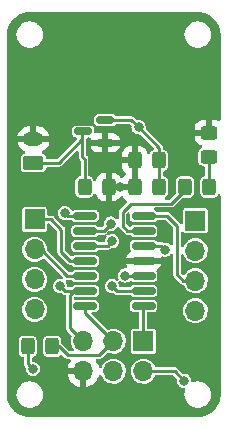
<source format=gbr>
G04 #@! TF.GenerationSoftware,KiCad,Pcbnew,(6.0.8)*
G04 #@! TF.CreationDate,2022-10-25T11:31:58-07:00*
G04 #@! TF.ProjectId,SAMD10_demo_in_progress,53414d44-3130-45f6-9465-6d6f5f696e5f,rev?*
G04 #@! TF.SameCoordinates,Original*
G04 #@! TF.FileFunction,Copper,L1,Top*
G04 #@! TF.FilePolarity,Positive*
%FSLAX46Y46*%
G04 Gerber Fmt 4.6, Leading zero omitted, Abs format (unit mm)*
G04 Created by KiCad (PCBNEW (6.0.8)) date 2022-10-25 11:31:58*
%MOMM*%
%LPD*%
G01*
G04 APERTURE LIST*
G04 Aperture macros list*
%AMRoundRect*
0 Rectangle with rounded corners*
0 $1 Rounding radius*
0 $2 $3 $4 $5 $6 $7 $8 $9 X,Y pos of 4 corners*
0 Add a 4 corners polygon primitive as box body*
4,1,4,$2,$3,$4,$5,$6,$7,$8,$9,$2,$3,0*
0 Add four circle primitives for the rounded corners*
1,1,$1+$1,$2,$3*
1,1,$1+$1,$4,$5*
1,1,$1+$1,$6,$7*
1,1,$1+$1,$8,$9*
0 Add four rect primitives between the rounded corners*
20,1,$1+$1,$2,$3,$4,$5,0*
20,1,$1+$1,$4,$5,$6,$7,0*
20,1,$1+$1,$6,$7,$8,$9,0*
20,1,$1+$1,$8,$9,$2,$3,0*%
G04 Aperture macros list end*
G04 #@! TA.AperFunction,SMDPad,CuDef*
%ADD10RoundRect,0.250000X0.325000X0.450000X-0.325000X0.450000X-0.325000X-0.450000X0.325000X-0.450000X0*%
G04 #@! TD*
G04 #@! TA.AperFunction,SMDPad,CuDef*
%ADD11RoundRect,0.250000X-0.325000X-0.450000X0.325000X-0.450000X0.325000X0.450000X-0.325000X0.450000X0*%
G04 #@! TD*
G04 #@! TA.AperFunction,ComponentPad*
%ADD12R,1.700000X1.700000*%
G04 #@! TD*
G04 #@! TA.AperFunction,ComponentPad*
%ADD13O,1.700000X1.700000*%
G04 #@! TD*
G04 #@! TA.AperFunction,ComponentPad*
%ADD14RoundRect,0.250000X0.625000X-0.350000X0.625000X0.350000X-0.625000X0.350000X-0.625000X-0.350000X0*%
G04 #@! TD*
G04 #@! TA.AperFunction,ComponentPad*
%ADD15O,1.750000X1.200000*%
G04 #@! TD*
G04 #@! TA.AperFunction,SMDPad,CuDef*
%ADD16RoundRect,0.250000X-0.450000X0.325000X-0.450000X-0.325000X0.450000X-0.325000X0.450000X0.325000X0*%
G04 #@! TD*
G04 #@! TA.AperFunction,SMDPad,CuDef*
%ADD17RoundRect,0.150000X-0.825000X-0.150000X0.825000X-0.150000X0.825000X0.150000X-0.825000X0.150000X0*%
G04 #@! TD*
G04 #@! TA.AperFunction,SMDPad,CuDef*
%ADD18RoundRect,0.150000X0.587500X0.150000X-0.587500X0.150000X-0.587500X-0.150000X0.587500X-0.150000X0*%
G04 #@! TD*
G04 #@! TA.AperFunction,ViaPad*
%ADD19C,0.800000*%
G04 #@! TD*
G04 #@! TA.AperFunction,Conductor*
%ADD20C,0.250000*%
G04 #@! TD*
G04 APERTURE END LIST*
D10*
X81475000Y-75500000D03*
X79425000Y-75500000D03*
D11*
X75175000Y-75500000D03*
X77225000Y-75500000D03*
D10*
X81475000Y-73250000D03*
X79425000Y-73250000D03*
X85725000Y-75500000D03*
X83675000Y-75500000D03*
D12*
X80150000Y-88560000D03*
D13*
X80150000Y-91100000D03*
X77610000Y-88560000D03*
X77610000Y-91100000D03*
X75070000Y-88560000D03*
X75070000Y-91100000D03*
D12*
X84550000Y-78350000D03*
D13*
X84550000Y-80890000D03*
X84550000Y-83430000D03*
X84550000Y-85970000D03*
D12*
X70950000Y-78250000D03*
D13*
X70950000Y-80790000D03*
X70950000Y-83330000D03*
X70950000Y-85870000D03*
D14*
X70850000Y-73450000D03*
D15*
X70850000Y-71450000D03*
D16*
X85700000Y-70900000D03*
X85700000Y-72950000D03*
D11*
X70375000Y-89000000D03*
X72425000Y-89000000D03*
D17*
X75225000Y-77940000D03*
X75225000Y-79210000D03*
X75225000Y-80480000D03*
X75225000Y-81750000D03*
X75225000Y-83020000D03*
X75225000Y-84290000D03*
X75225000Y-85560000D03*
X80175000Y-85560000D03*
X80175000Y-84290000D03*
X80175000Y-83020000D03*
X80175000Y-81750000D03*
X80175000Y-80480000D03*
X80175000Y-79210000D03*
X80175000Y-77940000D03*
D18*
X76937500Y-71750000D03*
X76937500Y-69850000D03*
X75062500Y-70800000D03*
D19*
X78200000Y-75500000D03*
X82600000Y-65500000D03*
X70800000Y-90900000D03*
X79750000Y-70450000D03*
X83600000Y-91900000D03*
X82000000Y-80800000D03*
X73100000Y-83900000D03*
X73500000Y-77700000D03*
X77500000Y-80100000D03*
X77400000Y-78600000D03*
X78600000Y-83000000D03*
X77500000Y-83900000D03*
D20*
X80175000Y-80480000D02*
X81680000Y-80480000D01*
X70375000Y-89000000D02*
X70375000Y-90475000D01*
X79750000Y-70450000D02*
X81475000Y-72175000D01*
X81680000Y-80480000D02*
X82000000Y-80800000D01*
X81475000Y-72175000D02*
X81475000Y-73250000D01*
X77000000Y-69850000D02*
X79150000Y-69850000D01*
X82800000Y-91100000D02*
X83600000Y-91900000D01*
X70375000Y-90475000D02*
X70800000Y-90900000D01*
X81475000Y-73250000D02*
X81475000Y-75500000D01*
X80150000Y-91100000D02*
X82800000Y-91100000D01*
X79150000Y-69850000D02*
X79750000Y-70450000D01*
X75175000Y-73125000D02*
X75175000Y-75500000D01*
X75000000Y-71450000D02*
X75000000Y-70800000D01*
X75000000Y-70800000D02*
X75000000Y-72950000D01*
X75000000Y-72950000D02*
X75175000Y-73125000D01*
X73000000Y-73450000D02*
X75000000Y-71450000D01*
X70850000Y-73450000D02*
X73000000Y-73450000D01*
X82500000Y-76900000D02*
X83675000Y-75725000D01*
X80175000Y-79210000D02*
X78810000Y-79210000D01*
X78400000Y-78800000D02*
X78400000Y-77600000D01*
X78810000Y-79210000D02*
X78400000Y-78800000D01*
X79100000Y-76900000D02*
X82500000Y-76900000D01*
X83675000Y-75725000D02*
X83675000Y-75400000D01*
X78400000Y-77600000D02*
X79100000Y-76900000D01*
X73924990Y-87414990D02*
X73924990Y-84615010D01*
X73924990Y-84615010D02*
X74250000Y-84290000D01*
X74250000Y-84290000D02*
X75225000Y-84290000D01*
X75225000Y-84290000D02*
X73490000Y-84290000D01*
X73490000Y-84290000D02*
X73100000Y-83900000D01*
X75070000Y-88560000D02*
X73924990Y-87414990D01*
X85700000Y-75375000D02*
X85700000Y-72950000D01*
X85725000Y-75400000D02*
X85700000Y-75375000D01*
X73735001Y-89735001D02*
X76434999Y-89735001D01*
X75225000Y-86175000D02*
X75225000Y-85560000D01*
X72425000Y-89000000D02*
X73000000Y-89000000D01*
X77610000Y-88560000D02*
X75225000Y-86175000D01*
X76434999Y-89735001D02*
X76760001Y-89409999D01*
X73000000Y-89000000D02*
X73735001Y-89735001D01*
X76760001Y-89409999D02*
X77610000Y-88560000D01*
X80150000Y-88560000D02*
X80150000Y-85585000D01*
X80150000Y-85585000D02*
X80175000Y-85560000D01*
X73740000Y-77940000D02*
X73500000Y-77700000D01*
X75225000Y-77940000D02*
X73740000Y-77940000D01*
X83000000Y-78800000D02*
X83000000Y-82900000D01*
X83000000Y-82900000D02*
X83530000Y-83430000D01*
X80175000Y-77940000D02*
X82140000Y-77940000D01*
X83530000Y-83430000D02*
X84550000Y-83430000D01*
X82140000Y-77940000D02*
X83000000Y-78800000D01*
X75225000Y-80480000D02*
X77120000Y-80480000D01*
X77120000Y-80480000D02*
X77500000Y-80100000D01*
X76790000Y-79210000D02*
X77400000Y-78600000D01*
X75225000Y-79210000D02*
X76790000Y-79210000D01*
X78600000Y-83000000D02*
X78620000Y-83020000D01*
X78620000Y-83020000D02*
X80175000Y-83020000D01*
X77890000Y-84290000D02*
X77500000Y-83900000D01*
X80175000Y-84290000D02*
X77890000Y-84290000D01*
X71490000Y-80790000D02*
X70950000Y-80790000D01*
X75225000Y-83020000D02*
X73720000Y-83020000D01*
X73720000Y-83020000D02*
X71490000Y-80790000D01*
X73200000Y-79100000D02*
X73200000Y-81000000D01*
X72350000Y-78250000D02*
X73200000Y-79100000D01*
X73950000Y-81750000D02*
X75225000Y-81750000D01*
X70950000Y-78250000D02*
X72350000Y-78250000D01*
X73200000Y-81000000D02*
X73950000Y-81750000D01*
G04 #@! TA.AperFunction,Conductor*
G36*
X84970784Y-60682427D02*
G01*
X85339726Y-60760819D01*
X85364796Y-60768965D01*
X85709389Y-60922420D01*
X85732180Y-60935578D01*
X86037341Y-61157236D01*
X86056925Y-61174867D01*
X86214776Y-61350169D01*
X86309301Y-61455145D01*
X86324785Y-61476457D01*
X86362584Y-61541925D01*
X86513380Y-61803110D01*
X86524097Y-61827182D01*
X86640647Y-62185972D01*
X86646120Y-62211724D01*
X86686809Y-62598701D01*
X86687500Y-62611877D01*
X86687500Y-69790172D01*
X86667498Y-69858293D01*
X86613842Y-69904786D01*
X86543568Y-69914890D01*
X86495386Y-69897433D01*
X86478760Y-69887185D01*
X86465576Y-69881037D01*
X86311290Y-69829862D01*
X86297914Y-69826995D01*
X86203562Y-69817328D01*
X86197145Y-69817000D01*
X85972115Y-69817000D01*
X85956876Y-69821475D01*
X85955671Y-69822865D01*
X85954000Y-69830548D01*
X85954000Y-71028000D01*
X85933998Y-71096121D01*
X85880342Y-71142614D01*
X85828000Y-71154000D01*
X84510116Y-71154000D01*
X84494877Y-71158475D01*
X84493672Y-71159865D01*
X84492001Y-71167548D01*
X84492001Y-71272095D01*
X84492338Y-71278614D01*
X84502257Y-71374206D01*
X84505149Y-71387600D01*
X84556588Y-71541784D01*
X84562761Y-71554962D01*
X84648063Y-71692807D01*
X84657099Y-71704208D01*
X84771829Y-71818739D01*
X84783240Y-71827751D01*
X84921243Y-71912816D01*
X84934424Y-71918963D01*
X85081092Y-71967611D01*
X85139451Y-72008042D01*
X85166688Y-72073606D01*
X85154154Y-72143488D01*
X85105830Y-72195500D01*
X85083171Y-72206087D01*
X85036816Y-72222366D01*
X85029246Y-72227958D01*
X85029243Y-72227959D01*
X84985731Y-72260098D01*
X84927850Y-72302850D01*
X84922258Y-72310421D01*
X84852959Y-72404243D01*
X84852958Y-72404246D01*
X84847366Y-72411816D01*
X84802481Y-72539631D01*
X84799500Y-72571166D01*
X84799500Y-73328834D01*
X84802481Y-73360369D01*
X84847366Y-73488184D01*
X84852958Y-73495754D01*
X84852959Y-73495757D01*
X84872428Y-73522115D01*
X84927850Y-73597150D01*
X84935421Y-73602742D01*
X85029243Y-73672041D01*
X85029246Y-73672042D01*
X85036816Y-73677634D01*
X85164631Y-73722519D01*
X85172277Y-73723242D01*
X85172278Y-73723242D01*
X85178248Y-73723806D01*
X85196166Y-73725500D01*
X85248500Y-73725500D01*
X85316621Y-73745502D01*
X85363114Y-73799158D01*
X85374500Y-73851500D01*
X85374500Y-74492161D01*
X85354498Y-74560282D01*
X85300842Y-74606775D01*
X85290255Y-74611041D01*
X85186816Y-74647366D01*
X85179246Y-74652958D01*
X85179243Y-74652959D01*
X85130735Y-74688788D01*
X85077850Y-74727850D01*
X85072258Y-74735421D01*
X85002959Y-74829243D01*
X85002958Y-74829246D01*
X84997366Y-74836816D01*
X84952481Y-74964631D01*
X84949500Y-74996166D01*
X84949500Y-76003834D01*
X84952481Y-76035369D01*
X84997366Y-76163184D01*
X85002958Y-76170754D01*
X85002959Y-76170757D01*
X85063323Y-76252482D01*
X85077850Y-76272150D01*
X85085421Y-76277742D01*
X85179243Y-76347041D01*
X85179246Y-76347042D01*
X85186816Y-76352634D01*
X85314631Y-76397519D01*
X85322277Y-76398242D01*
X85322278Y-76398242D01*
X85328248Y-76398806D01*
X85346166Y-76400500D01*
X86103834Y-76400500D01*
X86121752Y-76398806D01*
X86127722Y-76398242D01*
X86127723Y-76398242D01*
X86135369Y-76397519D01*
X86263184Y-76352634D01*
X86270754Y-76347042D01*
X86270757Y-76347041D01*
X86364579Y-76277742D01*
X86372150Y-76272150D01*
X86452634Y-76163184D01*
X86453098Y-76161862D01*
X86499700Y-76114048D01*
X86568874Y-76098067D01*
X86635708Y-76122022D01*
X86678981Y-76178306D01*
X86687500Y-76223851D01*
X86687500Y-93068123D01*
X86686809Y-93081299D01*
X86686498Y-93084253D01*
X86646120Y-93468276D01*
X86640647Y-93494028D01*
X86524097Y-93852818D01*
X86513380Y-93876890D01*
X86408711Y-94058181D01*
X86329082Y-94196102D01*
X86324786Y-94203542D01*
X86309302Y-94224854D01*
X86211195Y-94333807D01*
X86056926Y-94505132D01*
X86037341Y-94522764D01*
X85732180Y-94744422D01*
X85709389Y-94757580D01*
X85364796Y-94911035D01*
X85339726Y-94919181D01*
X84970784Y-94997573D01*
X84944596Y-95000324D01*
X70343399Y-95000324D01*
X70317211Y-94997572D01*
X69948276Y-94919180D01*
X69923206Y-94911035D01*
X69578611Y-94757580D01*
X69555820Y-94744422D01*
X69250659Y-94522764D01*
X69231074Y-94505132D01*
X69076805Y-94333807D01*
X68978698Y-94224854D01*
X68963214Y-94203542D01*
X68958919Y-94196102D01*
X68880851Y-94060886D01*
X68774621Y-93876891D01*
X68763904Y-93852819D01*
X68647353Y-93494028D01*
X68641880Y-93468276D01*
X68601615Y-93085328D01*
X69409317Y-93085328D01*
X69411380Y-93095033D01*
X69411534Y-93097970D01*
X69412223Y-93102322D01*
X69432050Y-93290918D01*
X69432280Y-93295310D01*
X69432742Y-93298230D01*
X69432740Y-93308146D01*
X69434396Y-93313246D01*
X69434957Y-93318579D01*
X69438991Y-93327638D01*
X69439756Y-93330493D01*
X69441328Y-93334589D01*
X69499959Y-93515128D01*
X69501105Y-93519406D01*
X69502150Y-93522126D01*
X69504212Y-93531822D01*
X69506882Y-93536445D01*
X69508531Y-93541522D01*
X69514357Y-93549544D01*
X69515678Y-93552137D01*
X69518088Y-93555848D01*
X69612955Y-93720099D01*
X69614937Y-93723988D01*
X69616558Y-93726486D01*
X69620592Y-93735551D01*
X69624188Y-93739546D01*
X69626875Y-93744199D01*
X69634249Y-93750837D01*
X69636127Y-93753155D01*
X69639205Y-93756233D01*
X69766173Y-93897307D01*
X69768973Y-93900764D01*
X69771014Y-93902803D01*
X69776847Y-93910827D01*
X69781156Y-93913955D01*
X69784717Y-93917912D01*
X69793302Y-93922871D01*
X69795543Y-93924687D01*
X69799275Y-93927109D01*
X69846403Y-93961322D01*
X69952768Y-94038540D01*
X69956158Y-94041285D01*
X69958667Y-94042915D01*
X69966036Y-94049552D01*
X69970955Y-94051743D01*
X69975309Y-94054904D01*
X69984739Y-94057963D01*
X69987419Y-94059328D01*
X69991476Y-94060885D01*
X70162585Y-94137106D01*
X70164746Y-94138068D01*
X70164759Y-94138074D01*
X70168690Y-94140078D01*
X70171424Y-94141128D01*
X70180009Y-94146085D01*
X70185241Y-94147198D01*
X70190127Y-94149374D01*
X70199992Y-94150412D01*
X70202829Y-94151173D01*
X70207181Y-94151863D01*
X70392771Y-94191327D01*
X70397032Y-94192469D01*
X70399932Y-94192928D01*
X70409362Y-94195992D01*
X70414711Y-94195992D01*
X70419945Y-94197105D01*
X70429808Y-94196069D01*
X70432739Y-94196223D01*
X70437145Y-94195992D01*
X70626879Y-94195992D01*
X70631284Y-94196223D01*
X70634212Y-94196069D01*
X70644076Y-94197105D01*
X70649310Y-94195992D01*
X70654658Y-94195992D01*
X70664085Y-94192929D01*
X70666980Y-94192471D01*
X70671241Y-94191329D01*
X70856833Y-94151862D01*
X70861183Y-94151172D01*
X70864020Y-94150411D01*
X70873883Y-94149373D01*
X70878768Y-94147197D01*
X70884002Y-94146084D01*
X70892588Y-94141126D01*
X70895323Y-94140076D01*
X70899260Y-94138069D01*
X71072530Y-94060886D01*
X71076591Y-94059327D01*
X71079260Y-94057969D01*
X71088699Y-94054906D01*
X71093057Y-94051742D01*
X71097974Y-94049552D01*
X71105343Y-94042915D01*
X71107859Y-94041280D01*
X71111233Y-94038548D01*
X71264745Y-93927109D01*
X71268482Y-93924683D01*
X71270717Y-93922872D01*
X71279306Y-93917910D01*
X71282866Y-93913954D01*
X71287171Y-93910829D01*
X71293004Y-93902807D01*
X71295040Y-93900773D01*
X71297843Y-93897312D01*
X71424801Y-93756237D01*
X71427885Y-93753153D01*
X71429763Y-93750834D01*
X71437135Y-93744199D01*
X71439823Y-93739545D01*
X71443420Y-93735548D01*
X71447448Y-93726494D01*
X71449070Y-93723995D01*
X71451054Y-93720100D01*
X71545913Y-93555862D01*
X71548323Y-93552151D01*
X71549650Y-93549547D01*
X71555477Y-93541526D01*
X71557127Y-93536447D01*
X71559798Y-93531822D01*
X71561861Y-93522123D01*
X71562906Y-93519403D01*
X71564051Y-93515129D01*
X71622693Y-93334587D01*
X71624269Y-93330481D01*
X71625033Y-93327631D01*
X71629065Y-93318574D01*
X71629625Y-93313247D01*
X71631280Y-93308151D01*
X71631279Y-93298240D01*
X71631740Y-93295328D01*
X71631970Y-93290931D01*
X71651788Y-93102325D01*
X71652476Y-93097979D01*
X71652631Y-93095032D01*
X71654693Y-93085333D01*
X71654133Y-93080002D01*
X71654693Y-93074673D01*
X71652632Y-93064978D01*
X71652478Y-93062033D01*
X71651791Y-93057694D01*
X71631967Y-92868946D01*
X71631736Y-92864543D01*
X71631278Y-92861651D01*
X71631278Y-92851733D01*
X71629626Y-92846649D01*
X71629067Y-92841329D01*
X71625034Y-92832267D01*
X71624277Y-92829443D01*
X71622696Y-92825323D01*
X71572071Y-92669546D01*
X71564053Y-92644872D01*
X71562912Y-92640613D01*
X71561861Y-92637876D01*
X71559798Y-92628178D01*
X71557123Y-92623547D01*
X71555470Y-92618460D01*
X71549639Y-92610436D01*
X71548307Y-92607822D01*
X71545909Y-92604131D01*
X71477128Y-92485044D01*
X71451054Y-92439900D01*
X71449070Y-92436005D01*
X71447448Y-92433506D01*
X71443420Y-92424452D01*
X71439823Y-92420455D01*
X71437135Y-92415801D01*
X71429763Y-92409166D01*
X71427885Y-92406847D01*
X71424801Y-92403763D01*
X71391207Y-92366433D01*
X71356873Y-92328282D01*
X71297877Y-92262726D01*
X71295087Y-92259280D01*
X71293023Y-92257216D01*
X71287198Y-92249198D01*
X71282879Y-92246060D01*
X71279306Y-92242090D01*
X71270721Y-92237131D01*
X71268458Y-92235297D01*
X71264746Y-92232886D01*
X71111184Y-92121321D01*
X71107767Y-92118555D01*
X71105316Y-92116964D01*
X71097937Y-92110323D01*
X71093057Y-92108152D01*
X71088734Y-92105011D01*
X71079296Y-92101945D01*
X71076700Y-92100622D01*
X71072589Y-92099045D01*
X70899248Y-92021920D01*
X70895366Y-92019942D01*
X70892591Y-92018876D01*
X70884002Y-92013916D01*
X70878750Y-92012799D01*
X70873841Y-92010615D01*
X70863980Y-92009581D01*
X70861107Y-92008812D01*
X70856784Y-92008128D01*
X70671240Y-91968671D01*
X70666979Y-91967529D01*
X70664085Y-91967071D01*
X70654658Y-91964008D01*
X70649310Y-91964008D01*
X70644076Y-91962895D01*
X70634212Y-91963931D01*
X70631284Y-91963777D01*
X70626879Y-91964008D01*
X70437145Y-91964008D01*
X70432739Y-91963777D01*
X70429808Y-91963931D01*
X70419945Y-91962895D01*
X70414711Y-91964008D01*
X70409362Y-91964008D01*
X70399932Y-91967072D01*
X70397032Y-91967531D01*
X70392771Y-91968673D01*
X70207231Y-92008127D01*
X70202908Y-92008811D01*
X70200030Y-92009582D01*
X70190169Y-92010615D01*
X70185263Y-92012798D01*
X70180009Y-92013915D01*
X70171418Y-92018876D01*
X70168642Y-92019942D01*
X70164752Y-92021924D01*
X69991434Y-92099039D01*
X69987306Y-92100623D01*
X69984709Y-92101947D01*
X69975274Y-92105012D01*
X69970952Y-92108152D01*
X69966073Y-92110323D01*
X69958703Y-92116955D01*
X69956260Y-92118541D01*
X69952826Y-92121321D01*
X69826760Y-92212916D01*
X69799282Y-92232880D01*
X69795569Y-92235292D01*
X69793302Y-92237129D01*
X69784717Y-92242088D01*
X69781143Y-92246059D01*
X69776820Y-92249200D01*
X69770991Y-92257222D01*
X69768926Y-92259287D01*
X69766145Y-92262722D01*
X69639210Y-92403762D01*
X69636127Y-92406845D01*
X69634249Y-92409163D01*
X69626875Y-92415801D01*
X69624188Y-92420454D01*
X69620592Y-92424449D01*
X69616558Y-92433514D01*
X69614937Y-92436012D01*
X69612955Y-92439901D01*
X69518100Y-92604132D01*
X69515693Y-92607838D01*
X69514367Y-92610441D01*
X69508538Y-92618464D01*
X69506886Y-92623548D01*
X69504212Y-92628178D01*
X69502149Y-92637872D01*
X69501101Y-92640602D01*
X69499955Y-92644878D01*
X69491940Y-92669546D01*
X69441325Y-92825323D01*
X69439751Y-92829423D01*
X69438991Y-92832261D01*
X69434956Y-92841324D01*
X69434397Y-92846645D01*
X69432742Y-92851738D01*
X69432742Y-92861651D01*
X69432283Y-92864548D01*
X69432052Y-92868960D01*
X69422136Y-92963329D01*
X69412220Y-93057696D01*
X69411532Y-93062038D01*
X69411378Y-93064977D01*
X69409317Y-93074677D01*
X69409877Y-93080001D01*
X69409317Y-93085328D01*
X68601615Y-93085328D01*
X68601502Y-93084253D01*
X68601191Y-93081299D01*
X68600500Y-93068123D01*
X68600500Y-89503834D01*
X69599500Y-89503834D01*
X69602481Y-89535369D01*
X69647366Y-89663184D01*
X69652958Y-89670754D01*
X69652959Y-89670757D01*
X69677214Y-89703595D01*
X69727850Y-89772150D01*
X69735421Y-89777742D01*
X69829243Y-89847041D01*
X69829246Y-89847042D01*
X69836816Y-89852634D01*
X69957384Y-89894974D01*
X69964631Y-89897519D01*
X69963540Y-89900627D01*
X70012703Y-89927549D01*
X70046653Y-89989902D01*
X70049500Y-90016537D01*
X70049500Y-90455290D01*
X70049020Y-90466272D01*
X70048544Y-90471718D01*
X70045736Y-90503807D01*
X70048590Y-90514456D01*
X70055491Y-90540210D01*
X70057870Y-90550942D01*
X70064412Y-90588045D01*
X70069923Y-90597590D01*
X70071115Y-90600866D01*
X70072592Y-90604034D01*
X70075446Y-90614684D01*
X70081770Y-90623715D01*
X70097055Y-90645544D01*
X70102961Y-90654815D01*
X70103717Y-90656124D01*
X70121806Y-90687455D01*
X70130251Y-90694541D01*
X70150682Y-90711685D01*
X70158785Y-90719111D01*
X70167291Y-90727617D01*
X70201317Y-90789929D01*
X70203118Y-90833157D01*
X70194318Y-90900000D01*
X70214956Y-91056762D01*
X70275464Y-91202841D01*
X70371718Y-91328282D01*
X70497159Y-91424536D01*
X70643238Y-91485044D01*
X70800000Y-91505682D01*
X70808188Y-91504604D01*
X70948574Y-91486122D01*
X70956762Y-91485044D01*
X71102841Y-91424536D01*
X71176565Y-91367966D01*
X73738257Y-91367966D01*
X73768565Y-91502446D01*
X73771645Y-91512275D01*
X73851770Y-91709603D01*
X73856413Y-91718794D01*
X73967694Y-91900388D01*
X73973777Y-91908699D01*
X74113213Y-92069667D01*
X74120580Y-92076883D01*
X74284434Y-92212916D01*
X74292881Y-92218831D01*
X74476756Y-92326279D01*
X74486042Y-92330729D01*
X74685001Y-92406703D01*
X74694899Y-92409579D01*
X74798250Y-92430606D01*
X74812299Y-92429410D01*
X74816000Y-92419065D01*
X74816000Y-91372115D01*
X74811525Y-91356876D01*
X74810135Y-91355671D01*
X74802452Y-91354000D01*
X73753225Y-91354000D01*
X73739694Y-91357973D01*
X73738257Y-91367966D01*
X71176565Y-91367966D01*
X71228282Y-91328282D01*
X71324536Y-91202841D01*
X71385044Y-91056762D01*
X71405682Y-90900000D01*
X71385044Y-90743238D01*
X71324536Y-90597159D01*
X71228282Y-90471718D01*
X71102841Y-90375464D01*
X70956762Y-90314956D01*
X70810053Y-90295641D01*
X70745127Y-90266920D01*
X70706035Y-90207655D01*
X70700500Y-90170720D01*
X70700500Y-90016537D01*
X70720502Y-89948416D01*
X70774158Y-89901923D01*
X70785578Y-89898114D01*
X70785369Y-89897519D01*
X70792616Y-89894974D01*
X70913184Y-89852634D01*
X70920754Y-89847042D01*
X70920757Y-89847041D01*
X71014579Y-89777742D01*
X71022150Y-89772150D01*
X71072786Y-89703595D01*
X71097041Y-89670757D01*
X71097042Y-89670754D01*
X71102634Y-89663184D01*
X71147519Y-89535369D01*
X71150500Y-89503834D01*
X71150500Y-88496166D01*
X71147519Y-88464631D01*
X71102634Y-88336816D01*
X71097042Y-88329246D01*
X71097041Y-88329243D01*
X71027742Y-88235421D01*
X71022150Y-88227850D01*
X71005206Y-88215335D01*
X70920757Y-88152959D01*
X70920754Y-88152958D01*
X70913184Y-88147366D01*
X70785369Y-88102481D01*
X70777723Y-88101758D01*
X70777722Y-88101758D01*
X70771752Y-88101194D01*
X70753834Y-88099500D01*
X69996166Y-88099500D01*
X69978248Y-88101194D01*
X69972278Y-88101758D01*
X69972277Y-88101758D01*
X69964631Y-88102481D01*
X69836816Y-88147366D01*
X69829246Y-88152958D01*
X69829243Y-88152959D01*
X69744794Y-88215335D01*
X69727850Y-88227850D01*
X69722258Y-88235421D01*
X69652959Y-88329243D01*
X69652958Y-88329246D01*
X69647366Y-88336816D01*
X69602481Y-88464631D01*
X69599500Y-88496166D01*
X69599500Y-89503834D01*
X68600500Y-89503834D01*
X68600500Y-85855262D01*
X69894520Y-85855262D01*
X69895036Y-85861406D01*
X69911023Y-86051784D01*
X69911759Y-86060553D01*
X69913458Y-86066478D01*
X69963275Y-86240210D01*
X69968544Y-86258586D01*
X69971359Y-86264063D01*
X69971360Y-86264066D01*
X70047226Y-86411685D01*
X70062712Y-86441818D01*
X70190677Y-86603270D01*
X70195370Y-86607264D01*
X70195371Y-86607265D01*
X70339310Y-86729766D01*
X70347564Y-86736791D01*
X70527398Y-86837297D01*
X70589481Y-86857469D01*
X70717471Y-86899056D01*
X70717475Y-86899057D01*
X70723329Y-86900959D01*
X70927894Y-86925351D01*
X70934029Y-86924879D01*
X70934031Y-86924879D01*
X70990039Y-86920569D01*
X71133300Y-86909546D01*
X71139230Y-86907890D01*
X71139232Y-86907890D01*
X71306249Y-86861258D01*
X71331725Y-86854145D01*
X71337214Y-86851372D01*
X71337220Y-86851370D01*
X71510116Y-86764033D01*
X71515610Y-86761258D01*
X71545107Y-86738213D01*
X71673101Y-86638213D01*
X71677951Y-86634424D01*
X71812564Y-86478472D01*
X71833387Y-86441818D01*
X71857515Y-86399344D01*
X71914323Y-86299344D01*
X71979351Y-86103863D01*
X72005171Y-85899474D01*
X72005583Y-85870000D01*
X71985480Y-85664970D01*
X71925935Y-85467749D01*
X71829218Y-85285849D01*
X71755766Y-85195788D01*
X71702906Y-85130975D01*
X71702903Y-85130972D01*
X71699011Y-85126200D01*
X71694262Y-85122271D01*
X71545025Y-84998811D01*
X71545021Y-84998809D01*
X71540275Y-84994882D01*
X71359055Y-84896897D01*
X71162254Y-84835977D01*
X71156129Y-84835333D01*
X71156128Y-84835333D01*
X70963498Y-84815087D01*
X70963496Y-84815087D01*
X70957369Y-84814443D01*
X70870529Y-84822346D01*
X70758342Y-84832555D01*
X70758339Y-84832556D01*
X70752203Y-84833114D01*
X70554572Y-84891280D01*
X70372002Y-84986726D01*
X70367201Y-84990586D01*
X70367198Y-84990588D01*
X70232596Y-85098811D01*
X70211447Y-85115815D01*
X70079024Y-85273630D01*
X70076056Y-85279028D01*
X70076053Y-85279033D01*
X70017331Y-85385849D01*
X69979776Y-85454162D01*
X69917484Y-85650532D01*
X69916798Y-85656649D01*
X69916797Y-85656653D01*
X69905310Y-85759068D01*
X69894520Y-85855262D01*
X68600500Y-85855262D01*
X68600500Y-83315262D01*
X69894520Y-83315262D01*
X69895463Y-83326494D01*
X69911023Y-83511784D01*
X69911759Y-83520553D01*
X69913458Y-83526478D01*
X69965492Y-83707941D01*
X69968544Y-83718586D01*
X69971359Y-83724063D01*
X69971360Y-83724066D01*
X70059897Y-83896341D01*
X70062712Y-83901818D01*
X70190677Y-84063270D01*
X70195370Y-84067264D01*
X70195371Y-84067265D01*
X70339310Y-84189766D01*
X70347564Y-84196791D01*
X70352942Y-84199797D01*
X70352944Y-84199798D01*
X70384563Y-84217469D01*
X70527398Y-84297297D01*
X70609683Y-84324033D01*
X70717471Y-84359056D01*
X70717475Y-84359057D01*
X70723329Y-84360959D01*
X70927894Y-84385351D01*
X70934029Y-84384879D01*
X70934031Y-84384879D01*
X70990039Y-84380569D01*
X71133300Y-84369546D01*
X71139230Y-84367890D01*
X71139232Y-84367890D01*
X71306249Y-84321258D01*
X71331725Y-84314145D01*
X71337214Y-84311372D01*
X71337220Y-84311370D01*
X71510116Y-84224033D01*
X71515610Y-84221258D01*
X71545107Y-84198213D01*
X71673101Y-84098213D01*
X71677951Y-84094424D01*
X71717528Y-84048574D01*
X71808540Y-83943134D01*
X71808540Y-83943133D01*
X71812564Y-83938472D01*
X71833387Y-83901818D01*
X71862216Y-83851068D01*
X71914323Y-83759344D01*
X71979351Y-83563863D01*
X72005171Y-83359474D01*
X72005583Y-83330000D01*
X71985480Y-83124970D01*
X71925935Y-82927749D01*
X71829218Y-82745849D01*
X71744570Y-82642061D01*
X71702906Y-82590975D01*
X71702903Y-82590972D01*
X71699011Y-82586200D01*
X71694262Y-82582271D01*
X71545025Y-82458811D01*
X71545021Y-82458809D01*
X71540275Y-82454882D01*
X71359055Y-82356897D01*
X71162254Y-82295977D01*
X71156129Y-82295333D01*
X71156128Y-82295333D01*
X70963498Y-82275087D01*
X70963496Y-82275087D01*
X70957369Y-82274443D01*
X70870529Y-82282346D01*
X70758342Y-82292555D01*
X70758339Y-82292556D01*
X70752203Y-82293114D01*
X70554572Y-82351280D01*
X70549107Y-82354137D01*
X70469075Y-82395977D01*
X70372002Y-82446726D01*
X70367201Y-82450586D01*
X70367198Y-82450588D01*
X70232596Y-82558811D01*
X70211447Y-82575815D01*
X70079024Y-82733630D01*
X70076056Y-82739028D01*
X70076053Y-82739033D01*
X69998397Y-82880290D01*
X69979776Y-82914162D01*
X69917484Y-83110532D01*
X69916798Y-83116649D01*
X69916797Y-83116653D01*
X69906580Y-83207744D01*
X69894520Y-83315262D01*
X68600500Y-83315262D01*
X68600500Y-80775262D01*
X69894520Y-80775262D01*
X69897136Y-80806410D01*
X69911023Y-80971784D01*
X69911759Y-80980553D01*
X69913458Y-80986478D01*
X69963220Y-81160018D01*
X69968544Y-81178586D01*
X69971359Y-81184063D01*
X69971360Y-81184066D01*
X70047833Y-81332867D01*
X70062712Y-81361818D01*
X70190677Y-81523270D01*
X70195370Y-81527264D01*
X70195371Y-81527265D01*
X70339310Y-81649766D01*
X70347564Y-81656791D01*
X70527398Y-81757297D01*
X70589481Y-81777469D01*
X70717471Y-81819056D01*
X70717475Y-81819057D01*
X70723329Y-81820959D01*
X70927894Y-81845351D01*
X70934029Y-81844879D01*
X70934031Y-81844879D01*
X70990039Y-81840569D01*
X71133300Y-81829546D01*
X71139230Y-81827890D01*
X71139232Y-81827890D01*
X71306249Y-81781258D01*
X71331725Y-81774145D01*
X71337214Y-81771372D01*
X71337220Y-81771370D01*
X71510116Y-81684033D01*
X71515610Y-81681258D01*
X71520462Y-81677467D01*
X71520467Y-81677464D01*
X71655312Y-81572112D01*
X71721306Y-81545934D01*
X71790977Y-81559592D01*
X71821980Y-81582306D01*
X73337323Y-83097650D01*
X73371349Y-83159962D01*
X73366284Y-83230778D01*
X73323737Y-83287613D01*
X73257217Y-83312424D01*
X73231782Y-83311667D01*
X73108188Y-83295396D01*
X73100000Y-83294318D01*
X73091812Y-83295396D01*
X72962471Y-83312424D01*
X72943238Y-83314956D01*
X72797159Y-83375464D01*
X72671718Y-83471718D01*
X72575464Y-83597159D01*
X72514956Y-83743238D01*
X72494318Y-83900000D01*
X72514956Y-84056762D01*
X72575464Y-84202841D01*
X72589596Y-84221258D01*
X72649862Y-84299798D01*
X72671718Y-84328282D01*
X72797159Y-84424536D01*
X72943238Y-84485044D01*
X73100000Y-84505682D01*
X73108188Y-84504604D01*
X73108190Y-84504604D01*
X73163004Y-84497388D01*
X73233152Y-84508328D01*
X73260538Y-84529424D01*
X73262015Y-84527664D01*
X73270460Y-84534751D01*
X73277545Y-84543194D01*
X73287088Y-84548704D01*
X73287092Y-84548707D01*
X73310179Y-84562036D01*
X73319448Y-84567940D01*
X73350316Y-84589554D01*
X73360964Y-84592407D01*
X73364135Y-84593886D01*
X73367411Y-84595078D01*
X73376955Y-84600588D01*
X73414076Y-84607134D01*
X73424783Y-84609508D01*
X73461193Y-84619263D01*
X73472170Y-84618303D01*
X73483157Y-84619264D01*
X73482810Y-84623227D01*
X73532125Y-84633143D01*
X73583112Y-84682548D01*
X73599490Y-84744669D01*
X73599490Y-87395280D01*
X73599010Y-87406262D01*
X73595726Y-87443797D01*
X73598580Y-87454446D01*
X73605481Y-87480200D01*
X73607860Y-87490932D01*
X73614402Y-87528035D01*
X73619913Y-87537580D01*
X73621105Y-87540856D01*
X73622582Y-87544024D01*
X73625436Y-87554674D01*
X73631760Y-87563705D01*
X73647045Y-87585534D01*
X73652951Y-87594805D01*
X73666283Y-87617896D01*
X73671796Y-87627445D01*
X73680241Y-87634531D01*
X73700672Y-87651675D01*
X73708775Y-87659101D01*
X74068257Y-88018583D01*
X74102283Y-88080895D01*
X74099264Y-88145776D01*
X74037484Y-88340532D01*
X74036798Y-88346649D01*
X74036797Y-88346653D01*
X74024377Y-88457384D01*
X74014520Y-88545262D01*
X74031759Y-88750553D01*
X74088544Y-88948586D01*
X74091359Y-88954063D01*
X74091360Y-88954066D01*
X74133538Y-89036136D01*
X74182712Y-89131818D01*
X74186538Y-89136645D01*
X74240903Y-89205237D01*
X74267540Y-89271047D01*
X74254369Y-89340811D01*
X74205572Y-89392380D01*
X74142157Y-89409501D01*
X73922019Y-89409501D01*
X73853898Y-89389499D01*
X73832924Y-89372597D01*
X73244104Y-88783778D01*
X73236675Y-88775671D01*
X73229976Y-88767687D01*
X73201513Y-88702645D01*
X73200500Y-88686698D01*
X73200500Y-88496166D01*
X73197519Y-88464631D01*
X73152634Y-88336816D01*
X73147042Y-88329246D01*
X73147041Y-88329243D01*
X73077742Y-88235421D01*
X73072150Y-88227850D01*
X73055206Y-88215335D01*
X72970757Y-88152959D01*
X72970754Y-88152958D01*
X72963184Y-88147366D01*
X72835369Y-88102481D01*
X72827723Y-88101758D01*
X72827722Y-88101758D01*
X72821752Y-88101194D01*
X72803834Y-88099500D01*
X72046166Y-88099500D01*
X72028248Y-88101194D01*
X72022278Y-88101758D01*
X72022277Y-88101758D01*
X72014631Y-88102481D01*
X71886816Y-88147366D01*
X71879246Y-88152958D01*
X71879243Y-88152959D01*
X71794794Y-88215335D01*
X71777850Y-88227850D01*
X71772258Y-88235421D01*
X71702959Y-88329243D01*
X71702958Y-88329246D01*
X71697366Y-88336816D01*
X71652481Y-88464631D01*
X71649500Y-88496166D01*
X71649500Y-89503834D01*
X71652481Y-89535369D01*
X71697366Y-89663184D01*
X71702958Y-89670754D01*
X71702959Y-89670757D01*
X71727214Y-89703595D01*
X71777850Y-89772150D01*
X71785421Y-89777742D01*
X71879243Y-89847041D01*
X71879246Y-89847042D01*
X71886816Y-89852634D01*
X72014631Y-89897519D01*
X72022277Y-89898242D01*
X72022278Y-89898242D01*
X72028248Y-89898806D01*
X72046166Y-89900500D01*
X72803834Y-89900500D01*
X72821752Y-89898806D01*
X72827722Y-89898242D01*
X72827723Y-89898242D01*
X72835369Y-89897519D01*
X72963184Y-89852634D01*
X72970754Y-89847042D01*
X72970757Y-89847041D01*
X73064579Y-89777742D01*
X73072150Y-89772150D01*
X73087017Y-89752022D01*
X73143579Y-89709113D01*
X73214361Y-89703595D01*
X73277462Y-89737789D01*
X73490896Y-89951223D01*
X73498322Y-89959326D01*
X73522546Y-89988195D01*
X73555185Y-90007039D01*
X73564453Y-90012943D01*
X73595317Y-90034554D01*
X73605963Y-90037407D01*
X73609131Y-90038884D01*
X73612408Y-90040077D01*
X73621956Y-90045589D01*
X73651509Y-90050800D01*
X73659070Y-90052133D01*
X73669804Y-90054513D01*
X73706194Y-90064264D01*
X73717170Y-90063304D01*
X73717173Y-90063304D01*
X73743732Y-90060980D01*
X73754713Y-90060501D01*
X73896664Y-90060501D01*
X73964785Y-90080503D01*
X74011278Y-90134159D01*
X74021382Y-90204433D01*
X74000752Y-90257505D01*
X73888098Y-90422649D01*
X73883000Y-90431623D01*
X73793338Y-90624783D01*
X73789775Y-90634470D01*
X73734389Y-90834183D01*
X73735912Y-90842607D01*
X73748292Y-90846000D01*
X75198000Y-90846000D01*
X75266121Y-90866002D01*
X75312614Y-90919658D01*
X75324000Y-90972000D01*
X75324000Y-92418517D01*
X75328064Y-92432359D01*
X75341478Y-92434393D01*
X75348184Y-92433534D01*
X75358262Y-92431392D01*
X75562255Y-92370191D01*
X75571842Y-92366433D01*
X75763095Y-92272739D01*
X75771945Y-92267464D01*
X75945328Y-92143792D01*
X75953200Y-92137139D01*
X76104052Y-91986812D01*
X76110730Y-91978965D01*
X76235003Y-91806020D01*
X76240313Y-91797183D01*
X76334670Y-91606267D01*
X76338469Y-91596672D01*
X76379593Y-91461319D01*
X76418534Y-91401955D01*
X76483388Y-91373068D01*
X76553564Y-91383830D01*
X76606782Y-91430823D01*
X76621270Y-91463217D01*
X76628544Y-91488586D01*
X76631359Y-91494063D01*
X76631360Y-91494066D01*
X76719897Y-91666341D01*
X76722712Y-91671818D01*
X76850677Y-91833270D01*
X76855370Y-91837264D01*
X76855371Y-91837265D01*
X76938706Y-91908188D01*
X77007564Y-91966791D01*
X77012942Y-91969797D01*
X77012944Y-91969798D01*
X77088093Y-92011797D01*
X77187398Y-92067297D01*
X77282238Y-92098113D01*
X77377471Y-92129056D01*
X77377475Y-92129057D01*
X77383329Y-92130959D01*
X77587894Y-92155351D01*
X77594029Y-92154879D01*
X77594031Y-92154879D01*
X77650039Y-92150569D01*
X77793300Y-92139546D01*
X77799230Y-92137890D01*
X77799232Y-92137890D01*
X77985797Y-92085800D01*
X77985796Y-92085800D01*
X77991725Y-92084145D01*
X77997214Y-92081372D01*
X77997220Y-92081370D01*
X78170116Y-91994033D01*
X78175610Y-91991258D01*
X78191345Y-91978965D01*
X78291919Y-91900388D01*
X78337951Y-91864424D01*
X78395992Y-91797183D01*
X78468540Y-91713134D01*
X78468540Y-91713133D01*
X78472564Y-91708472D01*
X78493387Y-91671818D01*
X78511056Y-91640714D01*
X78574323Y-91529344D01*
X78639351Y-91333863D01*
X78665171Y-91129474D01*
X78665583Y-91100000D01*
X78664138Y-91085262D01*
X79094520Y-91085262D01*
X79095036Y-91091406D01*
X79109806Y-91267291D01*
X79111759Y-91290553D01*
X79113458Y-91296478D01*
X79161037Y-91462405D01*
X79168544Y-91488586D01*
X79171359Y-91494063D01*
X79171360Y-91494066D01*
X79259897Y-91666341D01*
X79262712Y-91671818D01*
X79390677Y-91833270D01*
X79395370Y-91837264D01*
X79395371Y-91837265D01*
X79478706Y-91908188D01*
X79547564Y-91966791D01*
X79552942Y-91969797D01*
X79552944Y-91969798D01*
X79628093Y-92011797D01*
X79727398Y-92067297D01*
X79822238Y-92098113D01*
X79917471Y-92129056D01*
X79917475Y-92129057D01*
X79923329Y-92130959D01*
X80127894Y-92155351D01*
X80134029Y-92154879D01*
X80134031Y-92154879D01*
X80190039Y-92150569D01*
X80333300Y-92139546D01*
X80339230Y-92137890D01*
X80339232Y-92137890D01*
X80525797Y-92085800D01*
X80525796Y-92085800D01*
X80531725Y-92084145D01*
X80537214Y-92081372D01*
X80537220Y-92081370D01*
X80710116Y-91994033D01*
X80715610Y-91991258D01*
X80731345Y-91978965D01*
X80831919Y-91900388D01*
X80877951Y-91864424D01*
X80935992Y-91797183D01*
X81008540Y-91713134D01*
X81008540Y-91713133D01*
X81012564Y-91708472D01*
X81033387Y-91671818D01*
X81111275Y-91534709D01*
X81111276Y-91534707D01*
X81114323Y-91529344D01*
X81120184Y-91511726D01*
X81160666Y-91453403D01*
X81226254Y-91426224D01*
X81239741Y-91425500D01*
X82612984Y-91425500D01*
X82681105Y-91445502D01*
X82702079Y-91462405D01*
X82967291Y-91727617D01*
X83001317Y-91789929D01*
X83003118Y-91833157D01*
X82994318Y-91900000D01*
X83014956Y-92056762D01*
X83075464Y-92202841D01*
X83171718Y-92328282D01*
X83297159Y-92424536D01*
X83443238Y-92485044D01*
X83599578Y-92505626D01*
X83599580Y-92505627D01*
X83600000Y-92505682D01*
X83599991Y-92505747D01*
X83664218Y-92524606D01*
X83710711Y-92578262D01*
X83720815Y-92648536D01*
X83715928Y-92669546D01*
X83665306Y-92825319D01*
X83663722Y-92829444D01*
X83662965Y-92832270D01*
X83658933Y-92841329D01*
X83658374Y-92846649D01*
X83656722Y-92851733D01*
X83656722Y-92861651D01*
X83656264Y-92864543D01*
X83656033Y-92868946D01*
X83636210Y-93057693D01*
X83635524Y-93062024D01*
X83635369Y-93064971D01*
X83633307Y-93074672D01*
X83633867Y-93080001D01*
X83633307Y-93085333D01*
X83635369Y-93095032D01*
X83635524Y-93097976D01*
X83636212Y-93102319D01*
X83636213Y-93102325D01*
X83636213Y-93102327D01*
X83656030Y-93290940D01*
X83656259Y-93295316D01*
X83656721Y-93298233D01*
X83656720Y-93308150D01*
X83658374Y-93313241D01*
X83658934Y-93318574D01*
X83662968Y-93327635D01*
X83663730Y-93330478D01*
X83665310Y-93334596D01*
X83723947Y-93515122D01*
X83725092Y-93519396D01*
X83726139Y-93522123D01*
X83728202Y-93531822D01*
X83730873Y-93536447D01*
X83732523Y-93541526D01*
X83738350Y-93549549D01*
X83739672Y-93552144D01*
X83742080Y-93555852D01*
X83836943Y-93720095D01*
X83838928Y-93723992D01*
X83840552Y-93726494D01*
X83844580Y-93735548D01*
X83848177Y-93739545D01*
X83850865Y-93744199D01*
X83858237Y-93750834D01*
X83860115Y-93753153D01*
X83863199Y-93756237D01*
X83990157Y-93897312D01*
X83992960Y-93900773D01*
X83994996Y-93902807D01*
X84000829Y-93910829D01*
X84005134Y-93913954D01*
X84008694Y-93917910D01*
X84017283Y-93922872D01*
X84019518Y-93924683D01*
X84023255Y-93927109D01*
X84176767Y-94038548D01*
X84180141Y-94041280D01*
X84182657Y-94042915D01*
X84190026Y-94049552D01*
X84194943Y-94051742D01*
X84199301Y-94054906D01*
X84208738Y-94057968D01*
X84211412Y-94059329D01*
X84215466Y-94060885D01*
X84388750Y-94138075D01*
X84392672Y-94140074D01*
X84395410Y-94141125D01*
X84403998Y-94146084D01*
X84409228Y-94147196D01*
X84414117Y-94149374D01*
X84423980Y-94150412D01*
X84426805Y-94151170D01*
X84431167Y-94151862D01*
X84616763Y-94191330D01*
X84621023Y-94192471D01*
X84623913Y-94192929D01*
X84633342Y-94195992D01*
X84638690Y-94195992D01*
X84643924Y-94197105D01*
X84653788Y-94196069D01*
X84656716Y-94196223D01*
X84661121Y-94195992D01*
X84850855Y-94195992D01*
X84855261Y-94196223D01*
X84858192Y-94196069D01*
X84868055Y-94197105D01*
X84873289Y-94195992D01*
X84878638Y-94195992D01*
X84888071Y-94192927D01*
X84890970Y-94192468D01*
X84895220Y-94191329D01*
X85080840Y-94151859D01*
X85085177Y-94151172D01*
X85088012Y-94150412D01*
X85097873Y-94149373D01*
X85102755Y-94147198D01*
X85107991Y-94146085D01*
X85116580Y-94141125D01*
X85119315Y-94140075D01*
X85123252Y-94138068D01*
X85296528Y-94060883D01*
X85300583Y-94059327D01*
X85303257Y-94057965D01*
X85312691Y-94054904D01*
X85317045Y-94051743D01*
X85321964Y-94049552D01*
X85329332Y-94042916D01*
X85331841Y-94041286D01*
X85335228Y-94038543D01*
X85488719Y-93927114D01*
X85492463Y-93924683D01*
X85494701Y-93922870D01*
X85503283Y-93917912D01*
X85506844Y-93913955D01*
X85511153Y-93910827D01*
X85516986Y-93902803D01*
X85519027Y-93900764D01*
X85521827Y-93897307D01*
X85648795Y-93756233D01*
X85651873Y-93753155D01*
X85653751Y-93750837D01*
X85661125Y-93744199D01*
X85663812Y-93739546D01*
X85667408Y-93735551D01*
X85671442Y-93726486D01*
X85673063Y-93723988D01*
X85675045Y-93720099D01*
X85769912Y-93555848D01*
X85772322Y-93552137D01*
X85773643Y-93549544D01*
X85779469Y-93541522D01*
X85781118Y-93536445D01*
X85783788Y-93531822D01*
X85785851Y-93522126D01*
X85786893Y-93519413D01*
X85788040Y-93515131D01*
X85846670Y-93334595D01*
X85848246Y-93330490D01*
X85849011Y-93327635D01*
X85853043Y-93318579D01*
X85853604Y-93313245D01*
X85855260Y-93308145D01*
X85855258Y-93298227D01*
X85855720Y-93295306D01*
X85855950Y-93290918D01*
X85875777Y-93102322D01*
X85876466Y-93097970D01*
X85876620Y-93095033D01*
X85878683Y-93085328D01*
X85878123Y-93080001D01*
X85878683Y-93074677D01*
X85876622Y-93064977D01*
X85876468Y-93062038D01*
X85875780Y-93057696D01*
X85865864Y-92963329D01*
X85855948Y-92868960D01*
X85855717Y-92864548D01*
X85855258Y-92861651D01*
X85855258Y-92851738D01*
X85853603Y-92846645D01*
X85853044Y-92841324D01*
X85849009Y-92832261D01*
X85848249Y-92829423D01*
X85846675Y-92825323D01*
X85788042Y-92644869D01*
X85786897Y-92640600D01*
X85785852Y-92637880D01*
X85783788Y-92628178D01*
X85781113Y-92623547D01*
X85779462Y-92618465D01*
X85773634Y-92610444D01*
X85772306Y-92607837D01*
X85769903Y-92604137D01*
X85675045Y-92439901D01*
X85673063Y-92436012D01*
X85671442Y-92433514D01*
X85667408Y-92424449D01*
X85663812Y-92420454D01*
X85661125Y-92415801D01*
X85653751Y-92409163D01*
X85651873Y-92406845D01*
X85648790Y-92403762D01*
X85521855Y-92262722D01*
X85519074Y-92259287D01*
X85517009Y-92257222D01*
X85511180Y-92249200D01*
X85506857Y-92246059D01*
X85503283Y-92242088D01*
X85494697Y-92237129D01*
X85492430Y-92235292D01*
X85488719Y-92232881D01*
X85469382Y-92218831D01*
X85335174Y-92121321D01*
X85331740Y-92118541D01*
X85329297Y-92116955D01*
X85321927Y-92110323D01*
X85317048Y-92108152D01*
X85312726Y-92105012D01*
X85303292Y-92101947D01*
X85300696Y-92100624D01*
X85296575Y-92099043D01*
X85123254Y-92021927D01*
X85119357Y-92019942D01*
X85116580Y-92018876D01*
X85107991Y-92013915D01*
X85102737Y-92012798D01*
X85097831Y-92010615D01*
X85087970Y-92009582D01*
X85085092Y-92008811D01*
X85080769Y-92008127D01*
X84895229Y-91968673D01*
X84890968Y-91967531D01*
X84888068Y-91967072D01*
X84878638Y-91964008D01*
X84873289Y-91964008D01*
X84868055Y-91962895D01*
X84858192Y-91963931D01*
X84855261Y-91963777D01*
X84850855Y-91964008D01*
X84661121Y-91964008D01*
X84656716Y-91963777D01*
X84653788Y-91963931D01*
X84643924Y-91962895D01*
X84638690Y-91964008D01*
X84633342Y-91964008D01*
X84623915Y-91967071D01*
X84621021Y-91967529D01*
X84616760Y-91968671D01*
X84431216Y-92008128D01*
X84426893Y-92008812D01*
X84424020Y-92009581D01*
X84414159Y-92010615D01*
X84409250Y-92012799D01*
X84403998Y-92013916D01*
X84395410Y-92018875D01*
X84392629Y-92019943D01*
X84388738Y-92021925D01*
X84381822Y-92025002D01*
X84311453Y-92034418D01*
X84247164Y-92004294D01*
X84209366Y-91944196D01*
X84204604Y-91909882D01*
X84204604Y-91908188D01*
X84205682Y-91900000D01*
X84185044Y-91743238D01*
X84124536Y-91597159D01*
X84028282Y-91471718D01*
X83902841Y-91375464D01*
X83756762Y-91314956D01*
X83600000Y-91294318D01*
X83533157Y-91303118D01*
X83463010Y-91292179D01*
X83427617Y-91267291D01*
X83044111Y-90883785D01*
X83036684Y-90875681D01*
X83019541Y-90855251D01*
X83019542Y-90855251D01*
X83012455Y-90846806D01*
X82990591Y-90834183D01*
X82979815Y-90827961D01*
X82970544Y-90822055D01*
X82948715Y-90806770D01*
X82939684Y-90800446D01*
X82929034Y-90797592D01*
X82925866Y-90796115D01*
X82922590Y-90794923D01*
X82913045Y-90789412D01*
X82879301Y-90783462D01*
X82875942Y-90782870D01*
X82865215Y-90780492D01*
X82828807Y-90770736D01*
X82817822Y-90771697D01*
X82817820Y-90771697D01*
X82791272Y-90774020D01*
X82780290Y-90774500D01*
X81241269Y-90774500D01*
X81173148Y-90754498D01*
X81126008Y-90697991D01*
X81125935Y-90697749D01*
X81029218Y-90515849D01*
X80953206Y-90422649D01*
X80902906Y-90360975D01*
X80902903Y-90360972D01*
X80899011Y-90356200D01*
X80881786Y-90341950D01*
X80745025Y-90228811D01*
X80745021Y-90228809D01*
X80740275Y-90224882D01*
X80559055Y-90126897D01*
X80362254Y-90065977D01*
X80356129Y-90065333D01*
X80356128Y-90065333D01*
X80163498Y-90045087D01*
X80163496Y-90045087D01*
X80157369Y-90044443D01*
X80072890Y-90052131D01*
X79958342Y-90062555D01*
X79958339Y-90062556D01*
X79952203Y-90063114D01*
X79754572Y-90121280D01*
X79572002Y-90216726D01*
X79567201Y-90220586D01*
X79567198Y-90220588D01*
X79451169Y-90313878D01*
X79411447Y-90345815D01*
X79279024Y-90503630D01*
X79276056Y-90509028D01*
X79276053Y-90509033D01*
X79195190Y-90656124D01*
X79179776Y-90684162D01*
X79117484Y-90880532D01*
X79116798Y-90886649D01*
X79116797Y-90886653D01*
X79114382Y-90908188D01*
X79094520Y-91085262D01*
X78664138Y-91085262D01*
X78645480Y-90894970D01*
X78585935Y-90697749D01*
X78489218Y-90515849D01*
X78413206Y-90422649D01*
X78362906Y-90360975D01*
X78362903Y-90360972D01*
X78359011Y-90356200D01*
X78341786Y-90341950D01*
X78205025Y-90228811D01*
X78205021Y-90228809D01*
X78200275Y-90224882D01*
X78019055Y-90126897D01*
X77822254Y-90065977D01*
X77816129Y-90065333D01*
X77816128Y-90065333D01*
X77623498Y-90045087D01*
X77623496Y-90045087D01*
X77617369Y-90044443D01*
X77532890Y-90052131D01*
X77418342Y-90062555D01*
X77418339Y-90062556D01*
X77412203Y-90063114D01*
X77214572Y-90121280D01*
X77032002Y-90216726D01*
X77027201Y-90220586D01*
X77027198Y-90220588D01*
X76911169Y-90313878D01*
X76871447Y-90345815D01*
X76739024Y-90503630D01*
X76736056Y-90509028D01*
X76736053Y-90509033D01*
X76655190Y-90656124D01*
X76639776Y-90684162D01*
X76637914Y-90690032D01*
X76621068Y-90743138D01*
X76581405Y-90802022D01*
X76516202Y-90830114D01*
X76446163Y-90818497D01*
X76393523Y-90770857D01*
X76378762Y-90735735D01*
X76361214Y-90665875D01*
X76357894Y-90656124D01*
X76272972Y-90460814D01*
X76268105Y-90451739D01*
X76152427Y-90272926D01*
X76145075Y-90263380D01*
X76119359Y-90197205D01*
X76133501Y-90127631D01*
X76183013Y-90076748D01*
X76244903Y-90060501D01*
X76415289Y-90060501D01*
X76426271Y-90060981D01*
X76452819Y-90063304D01*
X76452821Y-90063304D01*
X76463806Y-90064265D01*
X76500214Y-90054509D01*
X76510941Y-90052131D01*
X76514300Y-90051539D01*
X76548044Y-90045589D01*
X76557589Y-90040078D01*
X76560865Y-90038886D01*
X76564033Y-90037409D01*
X76574683Y-90034555D01*
X76605546Y-90012944D01*
X76614814Y-90007040D01*
X76637905Y-89993708D01*
X76647454Y-89988195D01*
X76671678Y-89959326D01*
X76679105Y-89951221D01*
X77010299Y-89620028D01*
X77010308Y-89620018D01*
X77069122Y-89561204D01*
X77131434Y-89527178D01*
X77197151Y-89530466D01*
X77383329Y-89590959D01*
X77587894Y-89615351D01*
X77594029Y-89614879D01*
X77594031Y-89614879D01*
X77666625Y-89609293D01*
X77793300Y-89599546D01*
X77799230Y-89597890D01*
X77799232Y-89597890D01*
X77985797Y-89545800D01*
X77985796Y-89545800D01*
X77991725Y-89544145D01*
X77997214Y-89541372D01*
X77997220Y-89541370D01*
X78170116Y-89454033D01*
X78175610Y-89451258D01*
X78337951Y-89324424D01*
X78384025Y-89271047D01*
X78468540Y-89173134D01*
X78468540Y-89173133D01*
X78472564Y-89168472D01*
X78493387Y-89131818D01*
X78547741Y-89036136D01*
X78574323Y-88989344D01*
X78639351Y-88793863D01*
X78665171Y-88589474D01*
X78665583Y-88560000D01*
X78645480Y-88354970D01*
X78585935Y-88157749D01*
X78489218Y-87975849D01*
X78415859Y-87885902D01*
X78362906Y-87820975D01*
X78362903Y-87820972D01*
X78359011Y-87816200D01*
X78354262Y-87812271D01*
X78205025Y-87688811D01*
X78205021Y-87688809D01*
X78200275Y-87684882D01*
X78019055Y-87586897D01*
X77822254Y-87525977D01*
X77816129Y-87525333D01*
X77816128Y-87525333D01*
X77623498Y-87505087D01*
X77623496Y-87505087D01*
X77617369Y-87504443D01*
X77530529Y-87512346D01*
X77418342Y-87522555D01*
X77418339Y-87522556D01*
X77412203Y-87523114D01*
X77214572Y-87581280D01*
X77209113Y-87584134D01*
X77204776Y-87585886D01*
X77134123Y-87592858D01*
X77068482Y-87558155D01*
X76434949Y-86924622D01*
X75785921Y-86275595D01*
X75751896Y-86213283D01*
X75756960Y-86142468D01*
X75799507Y-86085632D01*
X75866027Y-86060821D01*
X75875016Y-86060500D01*
X76083218Y-86060500D01*
X76087768Y-86059830D01*
X76087771Y-86059830D01*
X76142426Y-86051784D01*
X76142427Y-86051784D01*
X76152112Y-86050358D01*
X76246804Y-86003867D01*
X76247507Y-86003522D01*
X76247509Y-86003521D01*
X76256855Y-85998932D01*
X76339293Y-85916350D01*
X76345830Y-85902978D01*
X76386240Y-85820306D01*
X76390536Y-85811518D01*
X76400500Y-85743218D01*
X78999500Y-85743218D01*
X79000170Y-85747768D01*
X79000170Y-85747771D01*
X79008216Y-85802426D01*
X79009642Y-85812112D01*
X79033844Y-85861406D01*
X79054255Y-85902978D01*
X79061068Y-85916855D01*
X79143650Y-85999293D01*
X79248482Y-86050536D01*
X79275044Y-86054411D01*
X79312256Y-86059840D01*
X79312260Y-86059840D01*
X79316782Y-86060500D01*
X79698500Y-86060500D01*
X79766621Y-86080502D01*
X79813114Y-86134158D01*
X79824500Y-86186500D01*
X79824500Y-87383500D01*
X79804498Y-87451621D01*
X79750842Y-87498114D01*
X79698500Y-87509500D01*
X79280252Y-87509500D01*
X79274184Y-87510707D01*
X79233939Y-87518712D01*
X79233938Y-87518712D01*
X79221769Y-87521133D01*
X79155448Y-87565448D01*
X79111133Y-87631769D01*
X79099500Y-87690252D01*
X79099500Y-89429748D01*
X79100707Y-89435816D01*
X79104331Y-89454033D01*
X79111133Y-89488231D01*
X79155448Y-89554552D01*
X79221769Y-89598867D01*
X79233938Y-89601288D01*
X79233939Y-89601288D01*
X79274184Y-89609293D01*
X79280252Y-89610500D01*
X81019748Y-89610500D01*
X81025816Y-89609293D01*
X81066061Y-89601288D01*
X81066062Y-89601288D01*
X81078231Y-89598867D01*
X81144552Y-89554552D01*
X81188867Y-89488231D01*
X81195670Y-89454033D01*
X81199293Y-89435816D01*
X81200500Y-89429748D01*
X81200500Y-87690252D01*
X81188867Y-87631769D01*
X81144552Y-87565448D01*
X81078231Y-87521133D01*
X81066062Y-87518712D01*
X81066061Y-87518712D01*
X81025816Y-87510707D01*
X81019748Y-87509500D01*
X80601500Y-87509500D01*
X80533379Y-87489498D01*
X80486886Y-87435842D01*
X80475500Y-87383500D01*
X80475500Y-86186500D01*
X80495502Y-86118379D01*
X80549158Y-86071886D01*
X80601500Y-86060500D01*
X81033218Y-86060500D01*
X81037768Y-86059830D01*
X81037771Y-86059830D01*
X81092426Y-86051784D01*
X81092427Y-86051784D01*
X81102112Y-86050358D01*
X81196804Y-86003867D01*
X81197507Y-86003522D01*
X81197509Y-86003521D01*
X81206855Y-85998932D01*
X81250449Y-85955262D01*
X83494520Y-85955262D01*
X83495036Y-85961406D01*
X83509543Y-86134158D01*
X83511759Y-86160553D01*
X83513458Y-86166478D01*
X83551557Y-86299344D01*
X83568544Y-86358586D01*
X83571359Y-86364063D01*
X83571360Y-86364066D01*
X83659897Y-86536341D01*
X83662712Y-86541818D01*
X83790677Y-86703270D01*
X83947564Y-86836791D01*
X83952942Y-86839797D01*
X83952944Y-86839798D01*
X83984563Y-86857469D01*
X84127398Y-86937297D01*
X84222238Y-86968113D01*
X84317471Y-86999056D01*
X84317475Y-86999057D01*
X84323329Y-87000959D01*
X84527894Y-87025351D01*
X84534029Y-87024879D01*
X84534031Y-87024879D01*
X84590039Y-87020569D01*
X84733300Y-87009546D01*
X84739230Y-87007890D01*
X84739232Y-87007890D01*
X84925797Y-86955800D01*
X84925796Y-86955800D01*
X84931725Y-86954145D01*
X84937214Y-86951372D01*
X84937220Y-86951370D01*
X85110116Y-86864033D01*
X85115610Y-86861258D01*
X85124715Y-86854145D01*
X85243605Y-86761258D01*
X85277951Y-86734424D01*
X85360998Y-86638213D01*
X85408540Y-86583134D01*
X85408540Y-86583133D01*
X85412564Y-86578472D01*
X85433387Y-86541818D01*
X85451056Y-86510714D01*
X85514323Y-86399344D01*
X85579351Y-86203863D01*
X85605171Y-85999474D01*
X85605583Y-85970000D01*
X85585480Y-85764970D01*
X85525935Y-85567749D01*
X85429218Y-85385849D01*
X85347660Y-85285849D01*
X85302906Y-85230975D01*
X85302903Y-85230972D01*
X85299011Y-85226200D01*
X85286458Y-85215815D01*
X85145025Y-85098811D01*
X85145021Y-85098809D01*
X85140275Y-85094882D01*
X84959055Y-84996897D01*
X84762254Y-84935977D01*
X84756129Y-84935333D01*
X84756128Y-84935333D01*
X84563498Y-84915087D01*
X84563496Y-84915087D01*
X84557369Y-84914443D01*
X84470529Y-84922346D01*
X84358342Y-84932555D01*
X84358339Y-84932556D01*
X84352203Y-84933114D01*
X84154572Y-84991280D01*
X83972002Y-85086726D01*
X83967201Y-85090586D01*
X83967198Y-85090588D01*
X83835745Y-85196279D01*
X83811447Y-85215815D01*
X83679024Y-85373630D01*
X83676056Y-85379028D01*
X83676053Y-85379033D01*
X83624038Y-85473649D01*
X83579776Y-85554162D01*
X83517484Y-85750532D01*
X83516798Y-85756649D01*
X83516797Y-85756653D01*
X83498885Y-85916350D01*
X83494520Y-85955262D01*
X81250449Y-85955262D01*
X81289293Y-85916350D01*
X81295830Y-85902978D01*
X81336240Y-85820306D01*
X81340536Y-85811518D01*
X81350500Y-85743218D01*
X81350500Y-85376782D01*
X81341871Y-85318162D01*
X81341784Y-85317574D01*
X81341784Y-85317573D01*
X81340358Y-85307888D01*
X81302596Y-85230975D01*
X81293522Y-85212493D01*
X81293521Y-85212491D01*
X81288932Y-85203145D01*
X81206350Y-85120707D01*
X81101518Y-85069464D01*
X81071027Y-85065016D01*
X81037744Y-85060160D01*
X81037740Y-85060160D01*
X81033218Y-85059500D01*
X79316782Y-85059500D01*
X79312232Y-85060170D01*
X79312229Y-85060170D01*
X79257574Y-85068216D01*
X79257573Y-85068216D01*
X79247888Y-85069642D01*
X79218911Y-85083869D01*
X79152493Y-85116478D01*
X79152491Y-85116479D01*
X79143145Y-85121068D01*
X79060707Y-85203650D01*
X79056134Y-85213006D01*
X79056133Y-85213007D01*
X79051605Y-85222271D01*
X79009464Y-85308482D01*
X78999500Y-85376782D01*
X78999500Y-85743218D01*
X76400500Y-85743218D01*
X76400500Y-85376782D01*
X76391871Y-85318162D01*
X76391784Y-85317574D01*
X76391784Y-85317573D01*
X76390358Y-85307888D01*
X76352596Y-85230975D01*
X76343522Y-85212493D01*
X76343521Y-85212491D01*
X76338932Y-85203145D01*
X76256350Y-85120707D01*
X76151518Y-85069464D01*
X76121027Y-85065016D01*
X76087744Y-85060160D01*
X76087740Y-85060160D01*
X76083218Y-85059500D01*
X74376490Y-85059500D01*
X74308369Y-85039498D01*
X74261876Y-84985842D01*
X74250490Y-84933500D01*
X74250490Y-84916500D01*
X74270492Y-84848379D01*
X74324148Y-84801886D01*
X74376490Y-84790500D01*
X76083218Y-84790500D01*
X76087768Y-84789830D01*
X76087771Y-84789830D01*
X76142426Y-84781784D01*
X76142427Y-84781784D01*
X76152112Y-84780358D01*
X76202008Y-84755860D01*
X76247507Y-84733522D01*
X76247509Y-84733521D01*
X76256855Y-84728932D01*
X76339293Y-84646350D01*
X76347665Y-84629224D01*
X76379162Y-84564786D01*
X76390536Y-84541518D01*
X76398231Y-84488772D01*
X76399840Y-84477744D01*
X76399840Y-84477740D01*
X76400500Y-84473218D01*
X76400500Y-84106782D01*
X76393137Y-84056762D01*
X76391784Y-84047574D01*
X76391784Y-84047573D01*
X76390358Y-84037888D01*
X76365860Y-83987992D01*
X76343522Y-83942493D01*
X76343521Y-83942491D01*
X76338932Y-83933145D01*
X76305729Y-83900000D01*
X76894318Y-83900000D01*
X76914956Y-84056762D01*
X76975464Y-84202841D01*
X76989596Y-84221258D01*
X77049862Y-84299798D01*
X77071718Y-84328282D01*
X77197159Y-84424536D01*
X77343238Y-84485044D01*
X77500000Y-84505682D01*
X77508188Y-84504604D01*
X77508190Y-84504604D01*
X77563004Y-84497388D01*
X77633152Y-84508328D01*
X77660538Y-84529424D01*
X77662015Y-84527664D01*
X77670460Y-84534751D01*
X77677545Y-84543194D01*
X77687088Y-84548704D01*
X77687092Y-84548707D01*
X77710179Y-84562036D01*
X77719448Y-84567940D01*
X77750316Y-84589554D01*
X77760964Y-84592407D01*
X77764135Y-84593886D01*
X77767411Y-84595078D01*
X77776955Y-84600588D01*
X77814076Y-84607134D01*
X77824783Y-84609508D01*
X77861193Y-84619263D01*
X77872168Y-84618303D01*
X77872170Y-84618303D01*
X77898731Y-84615979D01*
X77909712Y-84615500D01*
X78977532Y-84615500D01*
X79045653Y-84635502D01*
X79066548Y-84652325D01*
X79143650Y-84729293D01*
X79248482Y-84780536D01*
X79278973Y-84784984D01*
X79312256Y-84789840D01*
X79312260Y-84789840D01*
X79316782Y-84790500D01*
X81033218Y-84790500D01*
X81037768Y-84789830D01*
X81037771Y-84789830D01*
X81092426Y-84781784D01*
X81092427Y-84781784D01*
X81102112Y-84780358D01*
X81152008Y-84755860D01*
X81197507Y-84733522D01*
X81197509Y-84733521D01*
X81206855Y-84728932D01*
X81289293Y-84646350D01*
X81297665Y-84629224D01*
X81329162Y-84564786D01*
X81340536Y-84541518D01*
X81348231Y-84488772D01*
X81349840Y-84477744D01*
X81349840Y-84477740D01*
X81350500Y-84473218D01*
X81350500Y-84106782D01*
X81343137Y-84056762D01*
X81341784Y-84047574D01*
X81341784Y-84047573D01*
X81340358Y-84037888D01*
X81315860Y-83987992D01*
X81293522Y-83942493D01*
X81293521Y-83942491D01*
X81288932Y-83933145D01*
X81246555Y-83890842D01*
X81213721Y-83858065D01*
X81213720Y-83858065D01*
X81206350Y-83850707D01*
X81101518Y-83799464D01*
X81058704Y-83793218D01*
X81037744Y-83790160D01*
X81037740Y-83790160D01*
X81033218Y-83789500D01*
X79316782Y-83789500D01*
X79312232Y-83790170D01*
X79312229Y-83790170D01*
X79257574Y-83798216D01*
X79257573Y-83798216D01*
X79247888Y-83799642D01*
X79197992Y-83824140D01*
X79152493Y-83846478D01*
X79152491Y-83846479D01*
X79143145Y-83851068D01*
X79129530Y-83864707D01*
X79066828Y-83927518D01*
X79004545Y-83961597D01*
X78977655Y-83964500D01*
X78224673Y-83964500D01*
X78156552Y-83944498D01*
X78110059Y-83890842D01*
X78099751Y-83854947D01*
X78086122Y-83751426D01*
X78085044Y-83743238D01*
X78081884Y-83735608D01*
X78033370Y-83618485D01*
X78025781Y-83547895D01*
X78057561Y-83484408D01*
X78118619Y-83448181D01*
X78189570Y-83450715D01*
X78226483Y-83470305D01*
X78290603Y-83519506D01*
X78290606Y-83519508D01*
X78297159Y-83524536D01*
X78443238Y-83585044D01*
X78600000Y-83605682D01*
X78608188Y-83604604D01*
X78748574Y-83586122D01*
X78756762Y-83585044D01*
X78902841Y-83524536D01*
X78990367Y-83457375D01*
X79056587Y-83431775D01*
X79126136Y-83446040D01*
X79137268Y-83452922D01*
X79143650Y-83459293D01*
X79248482Y-83510536D01*
X79275044Y-83514411D01*
X79312256Y-83519840D01*
X79312260Y-83519840D01*
X79316782Y-83520500D01*
X81033218Y-83520500D01*
X81037768Y-83519830D01*
X81037771Y-83519830D01*
X81092426Y-83511784D01*
X81092427Y-83511784D01*
X81102112Y-83510358D01*
X81154966Y-83484408D01*
X81197507Y-83463522D01*
X81197509Y-83463521D01*
X81206855Y-83458932D01*
X81289293Y-83376350D01*
X81295830Y-83362978D01*
X81329391Y-83294318D01*
X81340536Y-83271518D01*
X81350500Y-83203218D01*
X81350500Y-82836782D01*
X81340358Y-82767888D01*
X81288932Y-82663145D01*
X81282076Y-82656301D01*
X81258823Y-82589667D01*
X81275386Y-82520630D01*
X81320526Y-82474898D01*
X81399678Y-82428089D01*
X81412104Y-82418449D01*
X81518449Y-82312104D01*
X81528089Y-82299678D01*
X81604648Y-82170221D01*
X81610893Y-82155790D01*
X81649939Y-82021395D01*
X81649899Y-82007294D01*
X81642630Y-82004000D01*
X78713122Y-82004000D01*
X78699591Y-82007973D01*
X78698456Y-82015871D01*
X78739107Y-82155790D01*
X78745352Y-82170221D01*
X78769548Y-82211135D01*
X78787007Y-82279952D01*
X78764490Y-82347283D01*
X78709145Y-82391752D01*
X78644648Y-82400196D01*
X78608188Y-82395396D01*
X78600000Y-82394318D01*
X78443238Y-82414956D01*
X78297159Y-82475464D01*
X78171718Y-82571718D01*
X78166695Y-82578264D01*
X78158888Y-82588438D01*
X78075464Y-82697159D01*
X78014956Y-82843238D01*
X77994318Y-83000000D01*
X77995396Y-83008188D01*
X78009994Y-83119068D01*
X78014956Y-83156762D01*
X78018115Y-83164389D01*
X78018116Y-83164392D01*
X78066630Y-83281515D01*
X78074219Y-83352105D01*
X78042439Y-83415592D01*
X77981381Y-83451819D01*
X77910430Y-83449285D01*
X77873517Y-83429695D01*
X77809397Y-83380494D01*
X77809392Y-83380491D01*
X77802841Y-83375464D01*
X77656762Y-83314956D01*
X77637530Y-83312424D01*
X77508188Y-83295396D01*
X77500000Y-83294318D01*
X77491812Y-83295396D01*
X77362471Y-83312424D01*
X77343238Y-83314956D01*
X77197159Y-83375464D01*
X77071718Y-83471718D01*
X76975464Y-83597159D01*
X76914956Y-83743238D01*
X76894318Y-83900000D01*
X76305729Y-83900000D01*
X76296555Y-83890842D01*
X76263721Y-83858065D01*
X76263720Y-83858065D01*
X76256350Y-83850707D01*
X76151518Y-83799464D01*
X76108704Y-83793218D01*
X76087744Y-83790160D01*
X76087740Y-83790160D01*
X76083218Y-83789500D01*
X74366782Y-83789500D01*
X74362232Y-83790170D01*
X74362229Y-83790170D01*
X74307574Y-83798216D01*
X74307573Y-83798216D01*
X74297888Y-83799642D01*
X74247992Y-83824140D01*
X74202493Y-83846478D01*
X74202491Y-83846479D01*
X74193145Y-83851068D01*
X74179530Y-83864707D01*
X74116828Y-83927518D01*
X74054545Y-83961597D01*
X74027655Y-83964500D01*
X73824673Y-83964500D01*
X73756552Y-83944498D01*
X73710059Y-83890842D01*
X73699751Y-83854947D01*
X73686122Y-83751426D01*
X73685044Y-83743238D01*
X73624536Y-83597159D01*
X73588576Y-83550295D01*
X73562976Y-83484075D01*
X73577241Y-83414526D01*
X73626842Y-83363730D01*
X73691245Y-83349854D01*
X73691193Y-83349263D01*
X73702168Y-83348303D01*
X73702169Y-83348303D01*
X73728731Y-83345979D01*
X73739712Y-83345500D01*
X74027532Y-83345500D01*
X74095653Y-83365502D01*
X74116550Y-83382327D01*
X74183625Y-83449285D01*
X74193650Y-83459293D01*
X74203006Y-83463866D01*
X74203007Y-83463867D01*
X74235460Y-83479730D01*
X74298482Y-83510536D01*
X74325044Y-83514411D01*
X74362256Y-83519840D01*
X74362260Y-83519840D01*
X74366782Y-83520500D01*
X76083218Y-83520500D01*
X76087768Y-83519830D01*
X76087771Y-83519830D01*
X76142426Y-83511784D01*
X76142427Y-83511784D01*
X76152112Y-83510358D01*
X76204966Y-83484408D01*
X76247507Y-83463522D01*
X76247509Y-83463521D01*
X76256855Y-83458932D01*
X76339293Y-83376350D01*
X76345830Y-83362978D01*
X76379391Y-83294318D01*
X76390536Y-83271518D01*
X76400500Y-83203218D01*
X76400500Y-82836782D01*
X76390358Y-82767888D01*
X76355632Y-82697159D01*
X76343522Y-82672493D01*
X76343521Y-82672491D01*
X76338932Y-82663145D01*
X76256350Y-82580707D01*
X76237961Y-82571718D01*
X76180987Y-82543869D01*
X76151518Y-82529464D01*
X76121027Y-82525016D01*
X76087744Y-82520160D01*
X76087740Y-82520160D01*
X76083218Y-82519500D01*
X74366782Y-82519500D01*
X74362232Y-82520170D01*
X74362229Y-82520170D01*
X74307574Y-82528216D01*
X74307573Y-82528216D01*
X74297888Y-82529642D01*
X74268911Y-82543869D01*
X74202493Y-82576478D01*
X74202491Y-82576479D01*
X74193145Y-82581068D01*
X74185787Y-82588438D01*
X74185788Y-82588438D01*
X74116828Y-82657518D01*
X74054545Y-82691597D01*
X74027655Y-82694500D01*
X73907017Y-82694500D01*
X73838896Y-82674498D01*
X73817922Y-82657595D01*
X72042458Y-80882132D01*
X72008433Y-80819820D01*
X72006144Y-80797017D01*
X72005681Y-80797036D01*
X72005534Y-80793524D01*
X72005583Y-80790000D01*
X71985480Y-80584970D01*
X71925935Y-80387749D01*
X71829218Y-80205849D01*
X71749567Y-80108188D01*
X71702906Y-80050975D01*
X71702903Y-80050972D01*
X71699011Y-80046200D01*
X71694262Y-80042271D01*
X71545025Y-79918811D01*
X71545021Y-79918809D01*
X71540275Y-79914882D01*
X71359055Y-79816897D01*
X71162254Y-79755977D01*
X71156129Y-79755333D01*
X71156128Y-79755333D01*
X70963498Y-79735087D01*
X70963496Y-79735087D01*
X70957369Y-79734443D01*
X70870529Y-79742346D01*
X70758342Y-79752555D01*
X70758339Y-79752556D01*
X70752203Y-79753114D01*
X70554572Y-79811280D01*
X70372002Y-79906726D01*
X70367201Y-79910586D01*
X70367198Y-79910588D01*
X70232596Y-80018811D01*
X70211447Y-80035815D01*
X70079024Y-80193630D01*
X70076056Y-80199028D01*
X70076053Y-80199033D01*
X70022316Y-80296782D01*
X69979776Y-80374162D01*
X69917484Y-80570532D01*
X69916798Y-80576649D01*
X69916797Y-80576653D01*
X69899360Y-80732112D01*
X69894520Y-80775262D01*
X68600500Y-80775262D01*
X68600500Y-79119748D01*
X69899500Y-79119748D01*
X69911133Y-79178231D01*
X69955448Y-79244552D01*
X70021769Y-79288867D01*
X70033938Y-79291288D01*
X70033939Y-79291288D01*
X70074184Y-79299293D01*
X70080252Y-79300500D01*
X71819748Y-79300500D01*
X71825816Y-79299293D01*
X71866061Y-79291288D01*
X71866062Y-79291288D01*
X71878231Y-79288867D01*
X71944552Y-79244552D01*
X71988867Y-79178231D01*
X72000500Y-79119748D01*
X72000500Y-78701500D01*
X72020502Y-78633379D01*
X72074158Y-78586886D01*
X72126500Y-78575500D01*
X72162984Y-78575500D01*
X72231105Y-78595502D01*
X72252079Y-78612405D01*
X72837595Y-79197921D01*
X72871621Y-79260233D01*
X72874500Y-79287016D01*
X72874500Y-80980290D01*
X72874020Y-80991272D01*
X72870736Y-81028807D01*
X72873590Y-81039456D01*
X72880491Y-81065210D01*
X72882870Y-81075942D01*
X72889412Y-81113045D01*
X72894923Y-81122590D01*
X72896115Y-81125866D01*
X72897592Y-81129034D01*
X72900446Y-81139684D01*
X72922055Y-81170544D01*
X72927961Y-81179815D01*
X72932627Y-81187896D01*
X72946806Y-81212455D01*
X72955251Y-81219541D01*
X72975675Y-81236679D01*
X72983780Y-81244106D01*
X73705901Y-81966228D01*
X73713327Y-81974331D01*
X73737545Y-82003194D01*
X73747088Y-82008704D01*
X73747092Y-82008707D01*
X73770179Y-82022036D01*
X73779448Y-82027940D01*
X73810316Y-82049554D01*
X73820964Y-82052407D01*
X73824135Y-82053886D01*
X73827411Y-82055078D01*
X73836955Y-82060588D01*
X73874076Y-82067134D01*
X73884783Y-82069508D01*
X73921193Y-82079263D01*
X73932168Y-82078303D01*
X73932170Y-82078303D01*
X73958731Y-82075979D01*
X73969712Y-82075500D01*
X74027532Y-82075500D01*
X74095653Y-82095502D01*
X74116548Y-82112325D01*
X74193650Y-82189293D01*
X74298482Y-82240536D01*
X74328973Y-82244984D01*
X74362256Y-82249840D01*
X74362260Y-82249840D01*
X74366782Y-82250500D01*
X76083218Y-82250500D01*
X76087768Y-82249830D01*
X76087771Y-82249830D01*
X76142426Y-82241784D01*
X76142427Y-82241784D01*
X76152112Y-82240358D01*
X76246804Y-82193867D01*
X76247507Y-82193522D01*
X76247509Y-82193521D01*
X76256855Y-82188932D01*
X76339293Y-82106350D01*
X76352534Y-82079263D01*
X76379162Y-82024786D01*
X76390536Y-82001518D01*
X76398799Y-81944879D01*
X76399840Y-81937744D01*
X76399840Y-81937740D01*
X76400500Y-81933218D01*
X76400500Y-81566782D01*
X76390358Y-81497888D01*
X76365860Y-81447992D01*
X76343522Y-81402493D01*
X76343521Y-81402491D01*
X76338932Y-81393145D01*
X76273369Y-81327696D01*
X76263721Y-81318065D01*
X76263720Y-81318065D01*
X76256350Y-81310707D01*
X76151518Y-81259464D01*
X76121027Y-81255016D01*
X76087744Y-81250160D01*
X76087740Y-81250160D01*
X76083218Y-81249500D01*
X74366782Y-81249500D01*
X74362232Y-81250170D01*
X74362229Y-81250170D01*
X74307574Y-81258216D01*
X74307573Y-81258216D01*
X74297888Y-81259642D01*
X74259297Y-81278589D01*
X74202493Y-81306478D01*
X74202491Y-81306479D01*
X74193145Y-81311068D01*
X74185788Y-81318438D01*
X74185785Y-81318440D01*
X74171462Y-81332788D01*
X74109180Y-81366868D01*
X74038360Y-81361865D01*
X73993194Y-81332867D01*
X73562405Y-80902079D01*
X73528380Y-80839766D01*
X73525500Y-80812983D01*
X73525500Y-80663218D01*
X74049500Y-80663218D01*
X74050170Y-80667768D01*
X74050170Y-80667771D01*
X74055751Y-80705682D01*
X74059642Y-80732112D01*
X74082935Y-80779554D01*
X74097522Y-80809264D01*
X74111068Y-80836855D01*
X74193650Y-80919293D01*
X74298482Y-80970536D01*
X74325044Y-80974411D01*
X74362256Y-80979840D01*
X74362260Y-80979840D01*
X74366782Y-80980500D01*
X76083218Y-80980500D01*
X76087768Y-80979830D01*
X76087771Y-80979830D01*
X76142426Y-80971784D01*
X76142427Y-80971784D01*
X76152112Y-80970358D01*
X76246804Y-80923867D01*
X76247507Y-80923522D01*
X76247509Y-80923521D01*
X76256855Y-80918932D01*
X76333171Y-80842482D01*
X76395455Y-80808403D01*
X76422345Y-80805500D01*
X77100290Y-80805500D01*
X77111272Y-80805980D01*
X77137820Y-80808303D01*
X77137822Y-80808303D01*
X77148807Y-80809264D01*
X77185215Y-80799508D01*
X77195942Y-80797130D01*
X77199301Y-80796538D01*
X77233045Y-80790588D01*
X77242590Y-80785077D01*
X77245866Y-80783885D01*
X77249034Y-80782408D01*
X77259684Y-80779554D01*
X77290544Y-80757945D01*
X77299815Y-80752039D01*
X77322906Y-80738707D01*
X77332455Y-80733194D01*
X77338973Y-80725426D01*
X77403516Y-80697180D01*
X77435910Y-80697245D01*
X77491810Y-80704604D01*
X77491812Y-80704604D01*
X77500000Y-80705682D01*
X77508188Y-80704604D01*
X77648574Y-80686122D01*
X77656762Y-80685044D01*
X77802841Y-80624536D01*
X77928282Y-80528282D01*
X78024536Y-80402841D01*
X78085044Y-80256762D01*
X78105682Y-80100000D01*
X78085044Y-79943238D01*
X78024536Y-79797159D01*
X77928282Y-79671718D01*
X77802841Y-79575464D01*
X77656762Y-79514956D01*
X77500000Y-79494318D01*
X77343238Y-79514956D01*
X77335609Y-79518116D01*
X77249260Y-79553883D01*
X77178670Y-79561472D01*
X77115183Y-79529693D01*
X77078956Y-79468635D01*
X77081490Y-79397683D01*
X77111947Y-79348379D01*
X77227617Y-79232709D01*
X77289929Y-79198683D01*
X77333157Y-79196882D01*
X77400000Y-79205682D01*
X77408188Y-79204604D01*
X77548574Y-79186122D01*
X77556762Y-79185044D01*
X77702841Y-79124536D01*
X77828282Y-79028282D01*
X77840427Y-79012455D01*
X77898414Y-78936884D01*
X77955752Y-78895017D01*
X78026623Y-78890795D01*
X78088526Y-78925559D01*
X78101587Y-78941313D01*
X78113193Y-78957888D01*
X78122055Y-78970544D01*
X78127961Y-78979815D01*
X78132119Y-78987016D01*
X78146806Y-79012455D01*
X78160642Y-79024065D01*
X78175682Y-79036685D01*
X78183785Y-79044111D01*
X78565889Y-79426215D01*
X78573316Y-79434319D01*
X78597545Y-79463194D01*
X78607094Y-79468707D01*
X78630185Y-79482039D01*
X78639456Y-79487945D01*
X78670316Y-79509554D01*
X78680966Y-79512408D01*
X78684134Y-79513885D01*
X78687410Y-79515077D01*
X78696955Y-79520588D01*
X78730699Y-79526538D01*
X78734058Y-79527130D01*
X78744785Y-79529508D01*
X78781193Y-79539264D01*
X78792169Y-79538304D01*
X78792172Y-79538304D01*
X78818743Y-79535979D01*
X78829724Y-79535500D01*
X78977532Y-79535500D01*
X79045653Y-79555502D01*
X79066548Y-79572325D01*
X79143650Y-79649293D01*
X79248482Y-79700536D01*
X79278973Y-79704984D01*
X79312256Y-79709840D01*
X79312260Y-79709840D01*
X79316782Y-79710500D01*
X81033218Y-79710500D01*
X81037768Y-79709830D01*
X81037771Y-79709830D01*
X81092426Y-79701784D01*
X81092427Y-79701784D01*
X81102112Y-79700358D01*
X81196804Y-79653867D01*
X81197507Y-79653522D01*
X81197509Y-79653521D01*
X81206855Y-79648932D01*
X81289293Y-79566350D01*
X81340536Y-79461518D01*
X81350500Y-79393218D01*
X81350500Y-79026782D01*
X81341871Y-78968162D01*
X81341784Y-78967574D01*
X81341784Y-78967573D01*
X81340358Y-78957888D01*
X81307417Y-78890795D01*
X81293522Y-78862493D01*
X81293521Y-78862491D01*
X81288932Y-78853145D01*
X81206350Y-78770707D01*
X81101518Y-78719464D01*
X81071027Y-78715016D01*
X81037744Y-78710160D01*
X81037740Y-78710160D01*
X81033218Y-78709500D01*
X79316782Y-78709500D01*
X79312232Y-78710170D01*
X79312229Y-78710170D01*
X79257574Y-78718216D01*
X79257573Y-78718216D01*
X79247888Y-78719642D01*
X79212554Y-78736990D01*
X79152493Y-78766478D01*
X79152491Y-78766479D01*
X79143145Y-78771068D01*
X79135787Y-78778438D01*
X79135788Y-78778438D01*
X79076500Y-78837829D01*
X79014217Y-78871908D01*
X78943397Y-78866905D01*
X78898232Y-78837906D01*
X78762405Y-78702079D01*
X78728379Y-78639767D01*
X78725500Y-78612984D01*
X78725500Y-77787017D01*
X78745502Y-77718896D01*
X78762405Y-77697922D01*
X78784405Y-77675922D01*
X78846717Y-77641896D01*
X78917532Y-77646961D01*
X78974368Y-77689508D01*
X78999179Y-77756028D01*
X78999500Y-77765017D01*
X78999500Y-78123218D01*
X79000170Y-78127768D01*
X79000170Y-78127771D01*
X79008216Y-78182426D01*
X79009642Y-78192112D01*
X79013958Y-78200902D01*
X79053718Y-78281884D01*
X79061068Y-78296855D01*
X79143650Y-78379293D01*
X79248482Y-78430536D01*
X79278973Y-78434984D01*
X79312256Y-78439840D01*
X79312260Y-78439840D01*
X79316782Y-78440500D01*
X81033218Y-78440500D01*
X81037768Y-78439830D01*
X81037771Y-78439830D01*
X81092426Y-78431784D01*
X81092427Y-78431784D01*
X81102112Y-78430358D01*
X81196804Y-78383867D01*
X81197507Y-78383522D01*
X81197509Y-78383521D01*
X81206855Y-78378932D01*
X81236697Y-78349038D01*
X81283172Y-78302482D01*
X81345455Y-78268403D01*
X81372345Y-78265500D01*
X81952984Y-78265500D01*
X82021105Y-78285502D01*
X82042079Y-78302405D01*
X82637595Y-78897921D01*
X82671621Y-78960233D01*
X82674500Y-78987016D01*
X82674500Y-80321411D01*
X82654498Y-80389532D01*
X82600842Y-80436025D01*
X82530568Y-80446129D01*
X82465988Y-80416635D01*
X82448537Y-80398115D01*
X82433305Y-80378264D01*
X82428282Y-80371718D01*
X82302841Y-80275464D01*
X82156762Y-80214956D01*
X82133398Y-80211880D01*
X82078381Y-80204637D01*
X82000000Y-80194318D01*
X81913476Y-80205709D01*
X81843327Y-80194770D01*
X81832895Y-80188719D01*
X81828715Y-80186770D01*
X81819684Y-80180446D01*
X81809034Y-80177592D01*
X81805866Y-80176115D01*
X81802590Y-80174923D01*
X81793045Y-80169412D01*
X81759301Y-80163462D01*
X81755942Y-80162870D01*
X81745215Y-80160492D01*
X81708807Y-80150736D01*
X81697822Y-80151697D01*
X81697820Y-80151697D01*
X81671272Y-80154020D01*
X81660290Y-80154500D01*
X81372468Y-80154500D01*
X81304347Y-80134498D01*
X81283450Y-80117673D01*
X81275637Y-80109873D01*
X81206350Y-80040707D01*
X81101518Y-79989464D01*
X81071027Y-79985016D01*
X81037744Y-79980160D01*
X81037740Y-79980160D01*
X81033218Y-79979500D01*
X79316782Y-79979500D01*
X79312232Y-79980170D01*
X79312229Y-79980170D01*
X79257574Y-79988216D01*
X79257573Y-79988216D01*
X79247888Y-79989642D01*
X79218911Y-80003869D01*
X79152493Y-80036478D01*
X79152491Y-80036479D01*
X79143145Y-80041068D01*
X79060707Y-80123650D01*
X79056134Y-80133006D01*
X79056133Y-80133007D01*
X79051605Y-80142271D01*
X79009464Y-80228482D01*
X79008052Y-80238162D01*
X79001877Y-80280491D01*
X78999500Y-80296782D01*
X78999500Y-80663218D01*
X79000170Y-80667768D01*
X79000170Y-80667771D01*
X79005751Y-80705682D01*
X79009642Y-80732112D01*
X79061068Y-80836855D01*
X79067924Y-80843699D01*
X79091177Y-80910333D01*
X79074614Y-80979370D01*
X79029474Y-81025102D01*
X78950322Y-81071911D01*
X78937896Y-81081551D01*
X78831551Y-81187896D01*
X78821911Y-81200322D01*
X78745352Y-81329779D01*
X78739107Y-81344210D01*
X78700061Y-81478605D01*
X78700101Y-81492706D01*
X78707370Y-81496000D01*
X81636878Y-81496000D01*
X81650408Y-81492027D01*
X81652680Y-81476222D01*
X81682173Y-81411642D01*
X81741900Y-81373258D01*
X81812896Y-81373258D01*
X81825615Y-81377745D01*
X81835605Y-81381883D01*
X81835610Y-81381884D01*
X81843238Y-81385044D01*
X81851426Y-81386122D01*
X81908607Y-81393650D01*
X82000000Y-81405682D01*
X82008188Y-81404604D01*
X82148574Y-81386122D01*
X82156762Y-81385044D01*
X82302841Y-81324536D01*
X82428282Y-81228282D01*
X82448537Y-81201885D01*
X82505875Y-81160018D01*
X82576746Y-81155796D01*
X82638649Y-81190560D01*
X82671930Y-81253272D01*
X82674500Y-81278589D01*
X82674500Y-82880290D01*
X82674020Y-82891272D01*
X82672341Y-82910466D01*
X82670736Y-82928807D01*
X82673590Y-82939456D01*
X82680491Y-82965210D01*
X82682870Y-82975942D01*
X82689412Y-83013045D01*
X82694923Y-83022590D01*
X82696115Y-83025866D01*
X82697592Y-83029034D01*
X82700446Y-83039684D01*
X82706770Y-83048715D01*
X82722055Y-83070544D01*
X82727961Y-83079815D01*
X82741293Y-83102906D01*
X82746806Y-83112455D01*
X82755251Y-83119541D01*
X82775675Y-83136679D01*
X82783780Y-83144106D01*
X83285901Y-83646228D01*
X83293327Y-83654331D01*
X83317545Y-83683194D01*
X83327088Y-83688704D01*
X83327092Y-83688707D01*
X83350179Y-83702036D01*
X83359448Y-83707940D01*
X83390316Y-83729554D01*
X83400964Y-83732407D01*
X83404135Y-83733886D01*
X83407411Y-83735078D01*
X83416955Y-83740588D01*
X83454076Y-83747134D01*
X83464778Y-83749506D01*
X83490012Y-83756267D01*
X83550632Y-83793218D01*
X83569464Y-83820379D01*
X83659892Y-83996333D01*
X83659897Y-83996341D01*
X83662712Y-84001818D01*
X83790677Y-84163270D01*
X83795370Y-84167264D01*
X83795371Y-84167265D01*
X83828208Y-84195211D01*
X83947564Y-84296791D01*
X83952942Y-84299797D01*
X83952944Y-84299798D01*
X83984563Y-84317469D01*
X84127398Y-84397297D01*
X84211231Y-84424536D01*
X84317471Y-84459056D01*
X84317475Y-84459057D01*
X84323329Y-84460959D01*
X84527894Y-84485351D01*
X84534029Y-84484879D01*
X84534031Y-84484879D01*
X84590039Y-84480569D01*
X84733300Y-84469546D01*
X84739230Y-84467890D01*
X84739232Y-84467890D01*
X84863104Y-84433304D01*
X84931725Y-84414145D01*
X84937214Y-84411372D01*
X84937220Y-84411370D01*
X85110116Y-84324033D01*
X85115610Y-84321258D01*
X85124715Y-84314145D01*
X85243605Y-84221258D01*
X85277951Y-84194424D01*
X85360998Y-84098213D01*
X85408540Y-84043134D01*
X85408540Y-84043133D01*
X85412564Y-84038472D01*
X85433387Y-84001818D01*
X85465949Y-83944498D01*
X85514323Y-83859344D01*
X85579351Y-83663863D01*
X85605171Y-83459474D01*
X85605583Y-83430000D01*
X85585480Y-83224970D01*
X85525935Y-83027749D01*
X85429218Y-82845849D01*
X85347660Y-82745849D01*
X85302906Y-82690975D01*
X85302903Y-82690972D01*
X85299011Y-82686200D01*
X85271753Y-82663650D01*
X85145025Y-82558811D01*
X85145021Y-82558809D01*
X85140275Y-82554882D01*
X84959055Y-82456897D01*
X84762254Y-82395977D01*
X84756129Y-82395333D01*
X84756128Y-82395333D01*
X84563498Y-82375087D01*
X84563496Y-82375087D01*
X84557369Y-82374443D01*
X84470529Y-82382346D01*
X84358342Y-82392555D01*
X84358339Y-82392556D01*
X84352203Y-82393114D01*
X84154572Y-82451280D01*
X83972002Y-82546726D01*
X83967201Y-82550586D01*
X83967198Y-82550588D01*
X83835221Y-82656700D01*
X83811447Y-82675815D01*
X83679024Y-82833630D01*
X83676053Y-82839033D01*
X83676051Y-82839037D01*
X83658745Y-82870516D01*
X83608400Y-82920574D01*
X83538983Y-82935467D01*
X83472534Y-82910466D01*
X83459236Y-82898909D01*
X83362405Y-82802078D01*
X83328379Y-82739766D01*
X83325500Y-82712983D01*
X83325500Y-81323609D01*
X83345502Y-81255488D01*
X83399158Y-81208995D01*
X83469432Y-81198891D01*
X83534012Y-81228385D01*
X83567816Y-81276047D01*
X83568544Y-81278586D01*
X83591683Y-81323609D01*
X83627679Y-81393650D01*
X83662712Y-81461818D01*
X83790677Y-81623270D01*
X83947564Y-81756791D01*
X83952942Y-81759797D01*
X83952944Y-81759798D01*
X83984563Y-81777469D01*
X84127398Y-81857297D01*
X84222238Y-81888113D01*
X84317471Y-81919056D01*
X84317475Y-81919057D01*
X84323329Y-81920959D01*
X84527894Y-81945351D01*
X84534029Y-81944879D01*
X84534031Y-81944879D01*
X84590039Y-81940569D01*
X84733300Y-81929546D01*
X84739230Y-81927890D01*
X84739232Y-81927890D01*
X84925797Y-81875800D01*
X84925796Y-81875800D01*
X84931725Y-81874145D01*
X84937214Y-81871372D01*
X84937220Y-81871370D01*
X85110116Y-81784033D01*
X85115610Y-81781258D01*
X85124715Y-81774145D01*
X85248461Y-81677464D01*
X85277951Y-81654424D01*
X85404708Y-81507574D01*
X85408540Y-81503134D01*
X85408540Y-81503133D01*
X85412564Y-81498472D01*
X85433387Y-81461818D01*
X85465276Y-81405682D01*
X85514323Y-81319344D01*
X85579351Y-81123863D01*
X85605171Y-80919474D01*
X85605583Y-80890000D01*
X85585480Y-80684970D01*
X85525935Y-80487749D01*
X85429218Y-80305849D01*
X85354208Y-80213878D01*
X85302906Y-80150975D01*
X85302903Y-80150972D01*
X85299011Y-80146200D01*
X85284866Y-80134498D01*
X85145025Y-80018811D01*
X85145021Y-80018809D01*
X85140275Y-80014882D01*
X84959055Y-79916897D01*
X84762254Y-79855977D01*
X84756129Y-79855333D01*
X84756128Y-79855333D01*
X84563498Y-79835087D01*
X84563496Y-79835087D01*
X84557369Y-79834443D01*
X84470529Y-79842346D01*
X84358342Y-79852555D01*
X84358339Y-79852556D01*
X84352203Y-79853114D01*
X84154572Y-79911280D01*
X83972002Y-80006726D01*
X83967201Y-80010586D01*
X83967198Y-80010588D01*
X83916967Y-80050975D01*
X83811447Y-80135815D01*
X83679024Y-80293630D01*
X83676056Y-80299028D01*
X83676053Y-80299033D01*
X83600742Y-80436025D01*
X83579776Y-80474162D01*
X83577913Y-80480035D01*
X83571602Y-80499930D01*
X83531939Y-80558814D01*
X83466737Y-80586907D01*
X83396697Y-80575290D01*
X83344057Y-80527650D01*
X83325500Y-80461832D01*
X83325500Y-79415372D01*
X83345502Y-79347251D01*
X83399158Y-79300758D01*
X83469432Y-79290654D01*
X83534012Y-79320148D01*
X83540595Y-79326277D01*
X83548557Y-79334239D01*
X83555448Y-79344552D01*
X83621769Y-79388867D01*
X83633938Y-79391288D01*
X83633939Y-79391288D01*
X83666532Y-79397771D01*
X83680252Y-79400500D01*
X85419748Y-79400500D01*
X85433468Y-79397771D01*
X85466061Y-79391288D01*
X85466062Y-79391288D01*
X85478231Y-79388867D01*
X85544552Y-79344552D01*
X85588867Y-79278231D01*
X85594196Y-79251443D01*
X85599293Y-79225816D01*
X85600500Y-79219748D01*
X85600500Y-77480252D01*
X85597407Y-77464700D01*
X85591288Y-77433939D01*
X85591288Y-77433938D01*
X85588867Y-77421769D01*
X85544552Y-77355448D01*
X85478231Y-77311133D01*
X85466062Y-77308712D01*
X85466061Y-77308712D01*
X85425816Y-77300707D01*
X85419748Y-77299500D01*
X83680252Y-77299500D01*
X83674184Y-77300707D01*
X83633939Y-77308712D01*
X83633938Y-77308712D01*
X83621769Y-77311133D01*
X83555448Y-77355448D01*
X83511133Y-77421769D01*
X83508712Y-77433938D01*
X83508712Y-77433939D01*
X83502593Y-77464700D01*
X83499500Y-77480252D01*
X83499500Y-78543921D01*
X83479498Y-78612042D01*
X83425842Y-78658535D01*
X83355568Y-78668639D01*
X83290988Y-78639145D01*
X83264380Y-78606920D01*
X83258706Y-78597092D01*
X83258705Y-78597091D01*
X83253194Y-78587545D01*
X83224317Y-78563315D01*
X83216215Y-78555889D01*
X82384111Y-77723785D01*
X82376684Y-77715681D01*
X82359541Y-77695251D01*
X82359542Y-77695251D01*
X82352455Y-77686806D01*
X82333603Y-77675922D01*
X82319815Y-77667961D01*
X82310544Y-77662055D01*
X82288715Y-77646770D01*
X82279684Y-77640446D01*
X82269034Y-77637592D01*
X82265866Y-77636115D01*
X82262590Y-77634923D01*
X82253045Y-77629412D01*
X82219301Y-77623462D01*
X82215942Y-77622870D01*
X82205215Y-77620492D01*
X82168807Y-77610736D01*
X82157822Y-77611697D01*
X82157820Y-77611697D01*
X82131272Y-77614020D01*
X82120290Y-77614500D01*
X81372468Y-77614500D01*
X81304347Y-77594498D01*
X81283450Y-77577673D01*
X81266292Y-77560544D01*
X81206350Y-77500707D01*
X81132686Y-77464699D01*
X81080271Y-77416814D01*
X81062064Y-77348192D01*
X81083848Y-77280620D01*
X81138706Y-77235552D01*
X81188021Y-77225500D01*
X82480290Y-77225500D01*
X82491272Y-77225980D01*
X82517820Y-77228303D01*
X82517822Y-77228303D01*
X82528807Y-77229264D01*
X82565215Y-77219508D01*
X82575942Y-77217130D01*
X82579301Y-77216538D01*
X82613045Y-77210588D01*
X82622590Y-77205077D01*
X82625866Y-77203885D01*
X82629034Y-77202408D01*
X82639684Y-77199554D01*
X82670544Y-77177945D01*
X82679815Y-77172039D01*
X82702906Y-77158707D01*
X82712455Y-77153194D01*
X82736685Y-77124317D01*
X82744111Y-77116215D01*
X83422921Y-76437405D01*
X83485233Y-76403379D01*
X83512016Y-76400500D01*
X84053834Y-76400500D01*
X84071752Y-76398806D01*
X84077722Y-76398242D01*
X84077723Y-76398242D01*
X84085369Y-76397519D01*
X84213184Y-76352634D01*
X84220754Y-76347042D01*
X84220757Y-76347041D01*
X84314579Y-76277742D01*
X84322150Y-76272150D01*
X84336677Y-76252482D01*
X84397041Y-76170757D01*
X84397042Y-76170754D01*
X84402634Y-76163184D01*
X84447519Y-76035369D01*
X84450500Y-76003834D01*
X84450500Y-74996166D01*
X84447519Y-74964631D01*
X84402634Y-74836816D01*
X84397042Y-74829246D01*
X84397041Y-74829243D01*
X84327742Y-74735421D01*
X84322150Y-74727850D01*
X84269265Y-74688788D01*
X84220757Y-74652959D01*
X84220754Y-74652958D01*
X84213184Y-74647366D01*
X84085369Y-74602481D01*
X84077723Y-74601758D01*
X84077722Y-74601758D01*
X84071752Y-74601194D01*
X84053834Y-74599500D01*
X83296166Y-74599500D01*
X83278248Y-74601194D01*
X83272278Y-74601758D01*
X83272277Y-74601758D01*
X83264631Y-74602481D01*
X83136816Y-74647366D01*
X83129246Y-74652958D01*
X83129243Y-74652959D01*
X83080735Y-74688788D01*
X83027850Y-74727850D01*
X83022258Y-74735421D01*
X82952959Y-74829243D01*
X82952958Y-74829246D01*
X82947366Y-74836816D01*
X82902481Y-74964631D01*
X82899500Y-74996166D01*
X82899500Y-75987984D01*
X82879498Y-76056105D01*
X82862595Y-76077079D01*
X82402079Y-76537595D01*
X82339767Y-76571621D01*
X82312984Y-76574500D01*
X82095470Y-76574500D01*
X82027349Y-76554498D01*
X81980856Y-76500842D01*
X81970752Y-76430568D01*
X82000246Y-76365988D01*
X82020610Y-76347149D01*
X82114579Y-76277742D01*
X82122150Y-76272150D01*
X82136677Y-76252482D01*
X82197041Y-76170757D01*
X82197042Y-76170754D01*
X82202634Y-76163184D01*
X82247519Y-76035369D01*
X82250500Y-76003834D01*
X82250500Y-74996166D01*
X82247519Y-74964631D01*
X82202634Y-74836816D01*
X82197042Y-74829246D01*
X82197041Y-74829243D01*
X82127742Y-74735421D01*
X82122150Y-74727850D01*
X82069265Y-74688788D01*
X82020757Y-74652959D01*
X82020754Y-74652958D01*
X82013184Y-74647366D01*
X81885369Y-74602481D01*
X81886460Y-74599373D01*
X81837297Y-74572451D01*
X81803347Y-74510098D01*
X81800500Y-74483463D01*
X81800500Y-74266537D01*
X81820502Y-74198416D01*
X81874158Y-74151923D01*
X81885578Y-74148114D01*
X81885369Y-74147519D01*
X81941686Y-74127742D01*
X82013184Y-74102634D01*
X82020754Y-74097042D01*
X82020757Y-74097041D01*
X82114579Y-74027742D01*
X82122150Y-74022150D01*
X82135334Y-74004301D01*
X82197041Y-73920757D01*
X82197042Y-73920754D01*
X82202634Y-73913184D01*
X82247519Y-73785369D01*
X82250500Y-73753834D01*
X82250500Y-72746166D01*
X82247519Y-72714631D01*
X82202634Y-72586816D01*
X82197042Y-72579246D01*
X82197041Y-72579243D01*
X82127742Y-72485421D01*
X82122150Y-72477850D01*
X82073807Y-72442143D01*
X82020757Y-72402959D01*
X82020754Y-72402958D01*
X82013184Y-72397366D01*
X81885369Y-72352481D01*
X81886460Y-72349373D01*
X81837297Y-72322451D01*
X81803347Y-72260098D01*
X81800500Y-72233463D01*
X81800500Y-72194698D01*
X81800980Y-72183716D01*
X81803302Y-72157180D01*
X81803302Y-72157178D01*
X81804263Y-72146193D01*
X81794512Y-72109803D01*
X81792132Y-72099069D01*
X81787502Y-72072812D01*
X81785588Y-72061955D01*
X81780076Y-72052407D01*
X81778883Y-72049130D01*
X81777406Y-72045962D01*
X81774553Y-72035316D01*
X81752942Y-72004452D01*
X81747038Y-71995184D01*
X81733704Y-71972089D01*
X81728194Y-71962545D01*
X81699324Y-71938320D01*
X81691221Y-71930894D01*
X81038941Y-71278614D01*
X80388211Y-70627885D01*
X84492000Y-70627885D01*
X84496475Y-70643124D01*
X84497865Y-70644329D01*
X84505548Y-70646000D01*
X85427885Y-70646000D01*
X85443124Y-70641525D01*
X85444329Y-70640135D01*
X85446000Y-70632452D01*
X85446000Y-69835116D01*
X85441525Y-69819877D01*
X85440135Y-69818672D01*
X85432452Y-69817001D01*
X85202905Y-69817001D01*
X85196386Y-69817338D01*
X85100794Y-69827257D01*
X85087400Y-69830149D01*
X84933216Y-69881588D01*
X84920038Y-69887761D01*
X84782193Y-69973063D01*
X84770792Y-69982099D01*
X84656261Y-70096829D01*
X84647249Y-70108240D01*
X84562184Y-70246243D01*
X84556037Y-70259424D01*
X84504862Y-70413710D01*
X84501995Y-70427086D01*
X84492328Y-70521438D01*
X84492000Y-70527855D01*
X84492000Y-70627885D01*
X80388211Y-70627885D01*
X80382709Y-70622383D01*
X80348684Y-70560071D01*
X80346882Y-70516842D01*
X80354604Y-70458188D01*
X80355682Y-70450000D01*
X80335044Y-70293238D01*
X80274536Y-70147159D01*
X80178282Y-70021718D01*
X80052841Y-69925464D01*
X79906762Y-69864956D01*
X79750000Y-69844318D01*
X79683157Y-69853118D01*
X79613010Y-69842179D01*
X79577617Y-69817291D01*
X79394111Y-69633785D01*
X79386684Y-69625681D01*
X79369541Y-69605251D01*
X79369542Y-69605251D01*
X79362455Y-69596806D01*
X79352906Y-69591293D01*
X79329815Y-69577961D01*
X79320544Y-69572055D01*
X79298715Y-69556770D01*
X79289684Y-69550446D01*
X79279034Y-69547592D01*
X79275866Y-69546115D01*
X79272590Y-69544923D01*
X79263045Y-69539412D01*
X79229301Y-69533462D01*
X79225942Y-69532870D01*
X79215215Y-69530492D01*
X79178807Y-69520736D01*
X79167822Y-69521697D01*
X79167820Y-69521697D01*
X79141272Y-69524020D01*
X79130290Y-69524500D01*
X77897468Y-69524500D01*
X77829347Y-69504498D01*
X77808450Y-69487673D01*
X77738721Y-69418065D01*
X77738720Y-69418065D01*
X77731350Y-69410707D01*
X77626518Y-69359464D01*
X77596027Y-69355016D01*
X77562744Y-69350160D01*
X77562740Y-69350160D01*
X77558218Y-69349500D01*
X76316782Y-69349500D01*
X76312232Y-69350170D01*
X76312229Y-69350170D01*
X76257574Y-69358216D01*
X76257573Y-69358216D01*
X76247888Y-69359642D01*
X76197992Y-69384140D01*
X76152493Y-69406478D01*
X76152491Y-69406479D01*
X76143145Y-69411068D01*
X76060707Y-69493650D01*
X76009464Y-69598482D01*
X75999500Y-69666782D01*
X75999500Y-70033218D01*
X76009642Y-70102112D01*
X76013958Y-70110902D01*
X76045674Y-70175500D01*
X76061068Y-70206855D01*
X76068438Y-70214212D01*
X76131954Y-70277617D01*
X76143650Y-70289293D01*
X76153006Y-70293866D01*
X76153007Y-70293867D01*
X76165902Y-70300170D01*
X76248482Y-70340536D01*
X76278231Y-70344876D01*
X76312256Y-70349840D01*
X76312260Y-70349840D01*
X76316782Y-70350500D01*
X77558218Y-70350500D01*
X77562768Y-70349830D01*
X77562771Y-70349830D01*
X77617426Y-70341784D01*
X77617427Y-70341784D01*
X77627112Y-70340358D01*
X77681286Y-70313760D01*
X77722507Y-70293522D01*
X77722509Y-70293521D01*
X77731855Y-70288932D01*
X77808171Y-70212482D01*
X77870455Y-70178403D01*
X77897345Y-70175500D01*
X78962984Y-70175500D01*
X79031105Y-70195502D01*
X79052079Y-70212405D01*
X79117291Y-70277617D01*
X79151317Y-70339929D01*
X79153118Y-70383157D01*
X79144318Y-70450000D01*
X79164956Y-70606762D01*
X79225464Y-70752841D01*
X79230491Y-70759392D01*
X79312364Y-70866091D01*
X79321718Y-70878282D01*
X79447159Y-70974536D01*
X79593238Y-71035044D01*
X79750000Y-71055682D01*
X79816843Y-71046882D01*
X79886990Y-71057821D01*
X79922383Y-71082709D01*
X81017392Y-72177719D01*
X81051418Y-72240031D01*
X81046353Y-72310847D01*
X81003806Y-72367682D01*
X80970045Y-72385697D01*
X80936816Y-72397366D01*
X80929246Y-72402958D01*
X80929243Y-72402959D01*
X80876193Y-72442143D01*
X80827850Y-72477850D01*
X80822258Y-72485421D01*
X80752959Y-72579243D01*
X80752958Y-72579246D01*
X80747366Y-72586816D01*
X80731814Y-72631101D01*
X80731157Y-72632973D01*
X80689714Y-72690619D01*
X80623684Y-72716707D01*
X80554032Y-72702956D01*
X80502871Y-72653731D01*
X80492750Y-72631101D01*
X80443412Y-72483216D01*
X80437239Y-72470038D01*
X80351937Y-72332193D01*
X80342901Y-72320792D01*
X80228171Y-72206261D01*
X80216760Y-72197249D01*
X80078757Y-72112184D01*
X80065576Y-72106037D01*
X79911290Y-72054862D01*
X79897914Y-72051995D01*
X79803562Y-72042328D01*
X79797145Y-72042000D01*
X79697115Y-72042000D01*
X79681876Y-72046475D01*
X79680671Y-72047865D01*
X79679000Y-72055548D01*
X79679000Y-75628000D01*
X79658998Y-75696121D01*
X79605342Y-75742614D01*
X79553000Y-75754000D01*
X78342001Y-75754000D01*
X78342001Y-75753896D01*
X78300746Y-75755369D01*
X78294453Y-75754000D01*
X77497115Y-75754000D01*
X77481876Y-75758475D01*
X77480671Y-75759865D01*
X77479000Y-75767548D01*
X77479000Y-76689884D01*
X77483475Y-76705123D01*
X77484865Y-76706328D01*
X77492548Y-76707999D01*
X77597095Y-76707999D01*
X77603614Y-76707662D01*
X77699206Y-76697743D01*
X77712600Y-76694851D01*
X77866784Y-76643412D01*
X77879962Y-76637239D01*
X78017807Y-76551937D01*
X78029208Y-76542901D01*
X78143739Y-76428171D01*
X78152751Y-76416760D01*
X78217696Y-76311399D01*
X78270468Y-76263906D01*
X78340540Y-76252482D01*
X78405663Y-76280756D01*
X78432100Y-76311212D01*
X78498063Y-76417807D01*
X78507099Y-76429208D01*
X78621829Y-76543739D01*
X78633243Y-76552753D01*
X78716354Y-76603983D01*
X78763848Y-76656755D01*
X78775272Y-76726826D01*
X78746998Y-76791950D01*
X78739335Y-76800338D01*
X78183778Y-77355896D01*
X78175674Y-77363322D01*
X78146806Y-77387545D01*
X78141293Y-77397094D01*
X78127961Y-77420185D01*
X78122055Y-77429456D01*
X78100446Y-77460316D01*
X78097592Y-77470966D01*
X78096115Y-77474134D01*
X78094923Y-77477410D01*
X78089412Y-77486955D01*
X78085690Y-77508065D01*
X78082870Y-77524058D01*
X78080492Y-77534785D01*
X78070736Y-77571193D01*
X78071697Y-77582178D01*
X78071697Y-77582180D01*
X78074020Y-77608728D01*
X78074500Y-77619710D01*
X78074500Y-78121411D01*
X78054498Y-78189532D01*
X78000842Y-78236025D01*
X77930568Y-78246129D01*
X77865988Y-78216635D01*
X77848537Y-78198115D01*
X77833305Y-78178264D01*
X77828282Y-78171718D01*
X77702841Y-78075464D01*
X77556762Y-78014956D01*
X77400000Y-77994318D01*
X77243238Y-78014956D01*
X77097159Y-78075464D01*
X76971718Y-78171718D01*
X76875464Y-78297159D01*
X76814956Y-78443238D01*
X76794318Y-78600000D01*
X76799472Y-78639145D01*
X76803118Y-78666842D01*
X76792179Y-78736990D01*
X76767291Y-78772383D01*
X76692079Y-78847595D01*
X76629767Y-78881621D01*
X76602984Y-78884500D01*
X76422468Y-78884500D01*
X76354347Y-78864498D01*
X76333450Y-78847673D01*
X76263721Y-78778065D01*
X76263720Y-78778065D01*
X76256350Y-78770707D01*
X76151518Y-78719464D01*
X76121027Y-78715016D01*
X76087744Y-78710160D01*
X76087740Y-78710160D01*
X76083218Y-78709500D01*
X74366782Y-78709500D01*
X74362232Y-78710170D01*
X74362229Y-78710170D01*
X74307574Y-78718216D01*
X74307573Y-78718216D01*
X74297888Y-78719642D01*
X74262554Y-78736990D01*
X74202493Y-78766478D01*
X74202491Y-78766479D01*
X74193145Y-78771068D01*
X74185787Y-78778438D01*
X74185788Y-78778438D01*
X74126424Y-78837906D01*
X74110707Y-78853650D01*
X74106134Y-78863006D01*
X74106133Y-78863007D01*
X74105404Y-78864498D01*
X74059464Y-78958482D01*
X74049500Y-79026782D01*
X74049500Y-79393218D01*
X74050170Y-79397768D01*
X74050170Y-79397771D01*
X74058216Y-79452426D01*
X74059642Y-79462112D01*
X74075454Y-79494318D01*
X74097522Y-79539264D01*
X74111068Y-79566855D01*
X74193650Y-79649293D01*
X74298482Y-79700536D01*
X74328973Y-79704984D01*
X74362256Y-79709840D01*
X74362260Y-79709840D01*
X74366782Y-79710500D01*
X76083218Y-79710500D01*
X76087768Y-79709830D01*
X76087771Y-79709830D01*
X76142426Y-79701784D01*
X76142427Y-79701784D01*
X76152112Y-79700358D01*
X76246804Y-79653867D01*
X76247507Y-79653522D01*
X76247509Y-79653521D01*
X76256855Y-79648932D01*
X76333171Y-79572482D01*
X76395455Y-79538403D01*
X76422345Y-79535500D01*
X76770290Y-79535500D01*
X76781272Y-79535980D01*
X76807820Y-79538303D01*
X76807822Y-79538303D01*
X76818807Y-79539264D01*
X76855215Y-79529508D01*
X76865942Y-79527130D01*
X76879807Y-79524685D01*
X76903043Y-79520588D01*
X76903165Y-79521279D01*
X76964790Y-79517363D01*
X77026830Y-79551881D01*
X77060360Y-79614461D01*
X77054734Y-79685234D01*
X77036994Y-79716971D01*
X77023093Y-79735087D01*
X76975464Y-79797159D01*
X76914956Y-79943238D01*
X76913878Y-79951426D01*
X76901566Y-80044946D01*
X76872844Y-80109873D01*
X76813579Y-80148965D01*
X76776644Y-80154500D01*
X76422468Y-80154500D01*
X76354347Y-80134498D01*
X76333450Y-80117673D01*
X76325637Y-80109873D01*
X76256350Y-80040707D01*
X76151518Y-79989464D01*
X76121027Y-79985016D01*
X76087744Y-79980160D01*
X76087740Y-79980160D01*
X76083218Y-79979500D01*
X74366782Y-79979500D01*
X74362232Y-79980170D01*
X74362229Y-79980170D01*
X74307574Y-79988216D01*
X74307573Y-79988216D01*
X74297888Y-79989642D01*
X74268911Y-80003869D01*
X74202493Y-80036478D01*
X74202491Y-80036479D01*
X74193145Y-80041068D01*
X74110707Y-80123650D01*
X74106134Y-80133006D01*
X74106133Y-80133007D01*
X74101605Y-80142271D01*
X74059464Y-80228482D01*
X74058052Y-80238162D01*
X74051877Y-80280491D01*
X74049500Y-80296782D01*
X74049500Y-80663218D01*
X73525500Y-80663218D01*
X73525500Y-79119711D01*
X73525980Y-79108729D01*
X73528303Y-79082176D01*
X73529264Y-79071194D01*
X73526410Y-79060542D01*
X73519511Y-79034792D01*
X73517133Y-79024065D01*
X73512504Y-78997815D01*
X73512502Y-78997810D01*
X73510588Y-78986955D01*
X73505075Y-78977407D01*
X73503883Y-78974131D01*
X73502409Y-78970969D01*
X73499554Y-78960316D01*
X73477945Y-78929456D01*
X73472039Y-78920185D01*
X73458707Y-78897094D01*
X73453194Y-78887545D01*
X73424317Y-78863315D01*
X73416215Y-78855889D01*
X72594111Y-78033785D01*
X72586684Y-78025681D01*
X72569541Y-78005251D01*
X72569542Y-78005251D01*
X72562455Y-77996806D01*
X72552906Y-77991293D01*
X72529815Y-77977961D01*
X72520544Y-77972055D01*
X72498715Y-77956770D01*
X72489684Y-77950446D01*
X72479034Y-77947592D01*
X72475866Y-77946115D01*
X72472590Y-77944923D01*
X72463045Y-77939412D01*
X72429301Y-77933462D01*
X72425942Y-77932870D01*
X72415215Y-77930492D01*
X72378807Y-77920736D01*
X72367822Y-77921697D01*
X72367820Y-77921697D01*
X72341272Y-77924020D01*
X72330290Y-77924500D01*
X72126500Y-77924500D01*
X72058379Y-77904498D01*
X72011886Y-77850842D01*
X72000500Y-77798500D01*
X72000500Y-77700000D01*
X72894318Y-77700000D01*
X72914956Y-77856762D01*
X72975464Y-78002841D01*
X73071718Y-78128282D01*
X73197159Y-78224536D01*
X73343238Y-78285044D01*
X73500000Y-78305682D01*
X73656762Y-78285044D01*
X73673056Y-78278295D01*
X73711466Y-78272383D01*
X73711193Y-78269263D01*
X73748731Y-78265979D01*
X73759712Y-78265500D01*
X74027532Y-78265500D01*
X74095653Y-78285502D01*
X74116548Y-78302325D01*
X74193650Y-78379293D01*
X74298482Y-78430536D01*
X74328973Y-78434984D01*
X74362256Y-78439840D01*
X74362260Y-78439840D01*
X74366782Y-78440500D01*
X76083218Y-78440500D01*
X76087768Y-78439830D01*
X76087771Y-78439830D01*
X76142426Y-78431784D01*
X76142427Y-78431784D01*
X76152112Y-78430358D01*
X76246804Y-78383867D01*
X76247507Y-78383522D01*
X76247509Y-78383521D01*
X76256855Y-78378932D01*
X76330869Y-78304789D01*
X76331935Y-78303721D01*
X76331935Y-78303720D01*
X76339293Y-78296350D01*
X76344820Y-78285044D01*
X76363842Y-78246129D01*
X76390536Y-78191518D01*
X76394984Y-78161027D01*
X76399840Y-78127744D01*
X76399840Y-78127740D01*
X76400500Y-78123218D01*
X76400500Y-77756782D01*
X76395643Y-77723785D01*
X76391784Y-77697574D01*
X76391784Y-77697573D01*
X76390358Y-77687888D01*
X76357268Y-77620491D01*
X76343522Y-77592493D01*
X76343521Y-77592491D01*
X76338932Y-77583145D01*
X76256350Y-77500707D01*
X76240817Y-77493114D01*
X76201987Y-77474134D01*
X76151518Y-77449464D01*
X76121027Y-77445016D01*
X76087744Y-77440160D01*
X76087740Y-77440160D01*
X76083218Y-77439500D01*
X74366782Y-77439500D01*
X74362232Y-77440170D01*
X74362229Y-77440170D01*
X74307574Y-77448216D01*
X74307573Y-77448216D01*
X74297888Y-77449642D01*
X74209345Y-77493114D01*
X74139382Y-77505182D01*
X74074001Y-77477508D01*
X74037407Y-77428230D01*
X74027699Y-77404793D01*
X74027696Y-77404788D01*
X74024536Y-77397159D01*
X73928282Y-77271718D01*
X73907079Y-77255448D01*
X73849326Y-77211133D01*
X73802841Y-77175464D01*
X73656762Y-77114956D01*
X73500000Y-77094318D01*
X73343238Y-77114956D01*
X73197159Y-77175464D01*
X73150674Y-77211133D01*
X73092922Y-77255448D01*
X73071718Y-77271718D01*
X72975464Y-77397159D01*
X72914956Y-77543238D01*
X72894318Y-77700000D01*
X72000500Y-77700000D01*
X72000500Y-77380252D01*
X71995566Y-77355448D01*
X71991288Y-77333939D01*
X71991288Y-77333938D01*
X71988867Y-77321769D01*
X71944552Y-77255448D01*
X71878231Y-77211133D01*
X71866062Y-77208712D01*
X71866061Y-77208712D01*
X71825816Y-77200707D01*
X71819748Y-77199500D01*
X70080252Y-77199500D01*
X70074184Y-77200707D01*
X70033939Y-77208712D01*
X70033938Y-77208712D01*
X70021769Y-77211133D01*
X69955448Y-77255448D01*
X69911133Y-77321769D01*
X69908712Y-77333938D01*
X69908712Y-77333939D01*
X69904434Y-77355448D01*
X69899500Y-77380252D01*
X69899500Y-79119748D01*
X68600500Y-79119748D01*
X68600500Y-71717399D01*
X69499712Y-71717399D01*
X69521194Y-71806537D01*
X69525083Y-71817832D01*
X69607629Y-71999382D01*
X69613576Y-72009724D01*
X69728968Y-72172397D01*
X69736761Y-72181425D01*
X69880831Y-72319342D01*
X69890196Y-72326738D01*
X70057741Y-72434921D01*
X70068341Y-72440415D01*
X70072628Y-72442143D01*
X70128333Y-72486160D01*
X70151397Y-72553306D01*
X70134498Y-72622262D01*
X70083001Y-72671136D01*
X70067278Y-72677889D01*
X70011816Y-72697366D01*
X70004246Y-72702958D01*
X70004243Y-72702959D01*
X69945746Y-72746166D01*
X69902850Y-72777850D01*
X69897258Y-72785421D01*
X69827959Y-72879243D01*
X69827958Y-72879246D01*
X69822366Y-72886816D01*
X69777481Y-73014631D01*
X69776758Y-73022277D01*
X69776758Y-73022278D01*
X69776412Y-73025942D01*
X69774500Y-73046166D01*
X69774500Y-73853834D01*
X69774779Y-73856782D01*
X69776454Y-73874500D01*
X69777481Y-73885369D01*
X69822366Y-74013184D01*
X69827958Y-74020754D01*
X69827959Y-74020757D01*
X69833868Y-74028757D01*
X69902850Y-74122150D01*
X69910421Y-74127742D01*
X70004243Y-74197041D01*
X70004246Y-74197042D01*
X70011816Y-74202634D01*
X70139631Y-74247519D01*
X70147277Y-74248242D01*
X70147278Y-74248242D01*
X70153248Y-74248806D01*
X70171166Y-74250500D01*
X71528834Y-74250500D01*
X71546752Y-74248806D01*
X71552722Y-74248242D01*
X71552723Y-74248242D01*
X71560369Y-74247519D01*
X71688184Y-74202634D01*
X71695754Y-74197042D01*
X71695757Y-74197041D01*
X71789579Y-74127742D01*
X71797150Y-74122150D01*
X71866132Y-74028757D01*
X71872041Y-74020757D01*
X71872042Y-74020754D01*
X71877634Y-74013184D01*
X71910092Y-73920757D01*
X71919976Y-73892612D01*
X71919977Y-73892608D01*
X71922519Y-73885369D01*
X71923242Y-73877722D01*
X71923949Y-73874500D01*
X71958084Y-73812247D01*
X72020456Y-73778332D01*
X72047022Y-73775500D01*
X72980290Y-73775500D01*
X72991272Y-73775980D01*
X73017820Y-73778303D01*
X73017822Y-73778303D01*
X73028807Y-73779264D01*
X73065215Y-73769508D01*
X73075942Y-73767130D01*
X73079301Y-73766538D01*
X73113045Y-73760588D01*
X73122590Y-73755077D01*
X73125866Y-73753885D01*
X73129034Y-73752408D01*
X73139684Y-73749554D01*
X73170544Y-73727945D01*
X73179815Y-73722039D01*
X73202906Y-73708707D01*
X73212455Y-73703194D01*
X73236685Y-73674317D01*
X73244111Y-73666215D01*
X74459405Y-72450921D01*
X74521717Y-72416895D01*
X74592532Y-72421960D01*
X74649368Y-72464507D01*
X74674179Y-72531027D01*
X74674500Y-72540016D01*
X74674500Y-72930290D01*
X74674020Y-72941272D01*
X74670736Y-72978807D01*
X74676244Y-72999362D01*
X74680491Y-73015210D01*
X74682870Y-73025942D01*
X74689412Y-73063045D01*
X74694923Y-73072590D01*
X74696115Y-73075866D01*
X74697592Y-73079034D01*
X74700446Y-73089684D01*
X74706770Y-73098715D01*
X74722055Y-73120544D01*
X74727961Y-73129815D01*
X74736561Y-73144710D01*
X74746806Y-73162455D01*
X74755251Y-73169541D01*
X74775681Y-73186684D01*
X74783785Y-73194111D01*
X74812595Y-73222921D01*
X74846621Y-73285233D01*
X74849500Y-73312016D01*
X74849500Y-74483463D01*
X74829498Y-74551584D01*
X74775842Y-74598077D01*
X74764422Y-74601886D01*
X74764631Y-74602481D01*
X74636816Y-74647366D01*
X74629246Y-74652958D01*
X74629243Y-74652959D01*
X74580735Y-74688788D01*
X74527850Y-74727850D01*
X74522258Y-74735421D01*
X74452959Y-74829243D01*
X74452958Y-74829246D01*
X74447366Y-74836816D01*
X74402481Y-74964631D01*
X74399500Y-74996166D01*
X74399500Y-76003834D01*
X74402481Y-76035369D01*
X74447366Y-76163184D01*
X74452958Y-76170754D01*
X74452959Y-76170757D01*
X74513323Y-76252482D01*
X74527850Y-76272150D01*
X74535421Y-76277742D01*
X74629243Y-76347041D01*
X74629246Y-76347042D01*
X74636816Y-76352634D01*
X74764631Y-76397519D01*
X74772277Y-76398242D01*
X74772278Y-76398242D01*
X74778248Y-76398806D01*
X74796166Y-76400500D01*
X75553834Y-76400500D01*
X75571752Y-76398806D01*
X75577722Y-76398242D01*
X75577723Y-76398242D01*
X75585369Y-76397519D01*
X75713184Y-76352634D01*
X75720754Y-76347042D01*
X75720757Y-76347041D01*
X75814579Y-76277742D01*
X75822150Y-76272150D01*
X75836677Y-76252482D01*
X75897041Y-76170757D01*
X75897042Y-76170754D01*
X75902634Y-76163184D01*
X75918843Y-76117027D01*
X75960286Y-76059381D01*
X76026316Y-76033293D01*
X76095968Y-76047044D01*
X76147129Y-76096269D01*
X76157250Y-76118899D01*
X76206588Y-76266784D01*
X76212761Y-76279962D01*
X76298063Y-76417807D01*
X76307099Y-76429208D01*
X76421829Y-76543739D01*
X76433240Y-76552751D01*
X76571243Y-76637816D01*
X76584424Y-76643963D01*
X76738710Y-76695138D01*
X76752086Y-76698005D01*
X76846438Y-76707672D01*
X76852854Y-76708000D01*
X76952885Y-76708000D01*
X76968124Y-76703525D01*
X76969329Y-76702135D01*
X76971000Y-76694452D01*
X76971000Y-75227885D01*
X77479000Y-75227885D01*
X77483475Y-75243124D01*
X77484865Y-75244329D01*
X77492548Y-75246000D01*
X78307999Y-75246000D01*
X78307999Y-75246104D01*
X78349254Y-75244631D01*
X78355547Y-75246000D01*
X79152885Y-75246000D01*
X79168124Y-75241525D01*
X79169329Y-75240135D01*
X79171000Y-75232452D01*
X79171000Y-73522115D01*
X79166525Y-73506876D01*
X79165135Y-73505671D01*
X79157452Y-73504000D01*
X78360116Y-73504000D01*
X78344877Y-73508475D01*
X78343672Y-73509865D01*
X78342001Y-73517548D01*
X78342001Y-73747095D01*
X78342338Y-73753614D01*
X78352257Y-73849206D01*
X78355149Y-73862600D01*
X78406588Y-74016784D01*
X78412761Y-74029962D01*
X78498063Y-74167807D01*
X78507099Y-74179208D01*
X78613816Y-74285740D01*
X78647895Y-74348023D01*
X78642892Y-74418843D01*
X78613971Y-74463931D01*
X78506261Y-74571829D01*
X78497249Y-74583240D01*
X78432304Y-74688601D01*
X78379532Y-74736094D01*
X78309460Y-74747518D01*
X78244337Y-74719244D01*
X78217900Y-74688788D01*
X78151937Y-74582193D01*
X78142901Y-74570792D01*
X78028171Y-74456261D01*
X78016760Y-74447249D01*
X77878757Y-74362184D01*
X77865576Y-74356037D01*
X77711290Y-74304862D01*
X77697914Y-74301995D01*
X77603562Y-74292328D01*
X77597145Y-74292000D01*
X77497115Y-74292000D01*
X77481876Y-74296475D01*
X77480671Y-74297865D01*
X77479000Y-74305548D01*
X77479000Y-75227885D01*
X76971000Y-75227885D01*
X76971000Y-74310116D01*
X76966525Y-74294877D01*
X76965135Y-74293672D01*
X76957452Y-74292001D01*
X76852905Y-74292001D01*
X76846386Y-74292338D01*
X76750794Y-74302257D01*
X76737400Y-74305149D01*
X76583216Y-74356588D01*
X76570038Y-74362761D01*
X76432193Y-74448063D01*
X76420792Y-74457099D01*
X76306261Y-74571829D01*
X76297249Y-74583240D01*
X76212184Y-74721243D01*
X76206037Y-74734424D01*
X76157389Y-74881092D01*
X76116958Y-74939451D01*
X76051394Y-74966688D01*
X75981512Y-74954154D01*
X75929500Y-74905830D01*
X75918913Y-74883172D01*
X75905753Y-74845699D01*
X75902634Y-74836816D01*
X75897042Y-74829246D01*
X75897041Y-74829243D01*
X75827742Y-74735421D01*
X75822150Y-74727850D01*
X75769265Y-74688788D01*
X75720757Y-74652959D01*
X75720754Y-74652958D01*
X75713184Y-74647366D01*
X75585369Y-74602481D01*
X75586460Y-74599373D01*
X75537297Y-74572451D01*
X75503347Y-74510098D01*
X75500500Y-74483463D01*
X75500500Y-73144710D01*
X75500980Y-73133728D01*
X75503303Y-73107175D01*
X75503303Y-73107170D01*
X75504263Y-73096193D01*
X75494508Y-73059783D01*
X75492133Y-73049072D01*
X75488054Y-73025942D01*
X75485588Y-73011955D01*
X75480078Y-73002411D01*
X75478886Y-72999135D01*
X75477407Y-72995964D01*
X75474554Y-72985316D01*
X75469351Y-72977885D01*
X78342000Y-72977885D01*
X78346475Y-72993124D01*
X78347865Y-72994329D01*
X78355548Y-72996000D01*
X79152885Y-72996000D01*
X79168124Y-72991525D01*
X79169329Y-72990135D01*
X79171000Y-72982452D01*
X79171000Y-72060116D01*
X79166525Y-72044877D01*
X79165135Y-72043672D01*
X79157452Y-72042001D01*
X79052905Y-72042001D01*
X79046386Y-72042338D01*
X78950794Y-72052257D01*
X78937400Y-72055149D01*
X78783216Y-72106588D01*
X78770038Y-72112761D01*
X78632193Y-72198063D01*
X78620792Y-72207099D01*
X78506261Y-72321829D01*
X78497249Y-72333240D01*
X78412184Y-72471243D01*
X78406037Y-72484424D01*
X78354862Y-72638710D01*
X78351995Y-72652086D01*
X78342328Y-72746438D01*
X78342000Y-72752855D01*
X78342000Y-72977885D01*
X75469351Y-72977885D01*
X75452940Y-72954448D01*
X75447036Y-72945179D01*
X75433707Y-72922092D01*
X75433704Y-72922088D01*
X75428194Y-72912545D01*
X75399324Y-72888320D01*
X75391221Y-72880894D01*
X75362405Y-72852078D01*
X75328379Y-72789766D01*
X75325500Y-72762983D01*
X75325500Y-72015871D01*
X75698456Y-72015871D01*
X75739107Y-72155790D01*
X75745352Y-72170221D01*
X75821911Y-72299678D01*
X75831551Y-72312104D01*
X75937896Y-72418449D01*
X75950322Y-72428089D01*
X76079779Y-72504648D01*
X76094210Y-72510893D01*
X76240065Y-72553269D01*
X76252667Y-72555570D01*
X76281084Y-72557807D01*
X76286014Y-72558000D01*
X76665385Y-72558000D01*
X76680624Y-72553525D01*
X76681829Y-72552135D01*
X76683500Y-72544452D01*
X76683500Y-72539884D01*
X77191500Y-72539884D01*
X77195975Y-72555123D01*
X77197365Y-72556328D01*
X77205048Y-72557999D01*
X77588984Y-72557999D01*
X77593920Y-72557805D01*
X77622336Y-72555570D01*
X77634931Y-72553270D01*
X77780790Y-72510893D01*
X77795221Y-72504648D01*
X77924678Y-72428089D01*
X77937104Y-72418449D01*
X78043449Y-72312104D01*
X78053089Y-72299678D01*
X78129648Y-72170221D01*
X78135893Y-72155790D01*
X78174939Y-72021395D01*
X78174899Y-72007294D01*
X78167630Y-72004000D01*
X77209615Y-72004000D01*
X77194376Y-72008475D01*
X77193171Y-72009865D01*
X77191500Y-72017548D01*
X77191500Y-72539884D01*
X76683500Y-72539884D01*
X76683500Y-72022115D01*
X76679025Y-72006876D01*
X76677635Y-72005671D01*
X76669952Y-72004000D01*
X75713122Y-72004000D01*
X75699591Y-72007973D01*
X75698456Y-72015871D01*
X75325500Y-72015871D01*
X75325500Y-71505360D01*
X75325980Y-71494378D01*
X75326411Y-71489450D01*
X75329263Y-71478807D01*
X75327763Y-71461655D01*
X75325979Y-71441269D01*
X75325500Y-71430288D01*
X75325500Y-71426500D01*
X75345502Y-71358379D01*
X75399158Y-71311886D01*
X75451500Y-71300500D01*
X75583989Y-71300500D01*
X75652110Y-71320502D01*
X75698603Y-71374158D01*
X75708707Y-71444432D01*
X75704985Y-71461655D01*
X75700061Y-71478603D01*
X75700101Y-71492706D01*
X75707370Y-71496000D01*
X76665385Y-71496000D01*
X76680624Y-71491525D01*
X76681829Y-71490135D01*
X76683500Y-71482452D01*
X76683500Y-71477885D01*
X77191500Y-71477885D01*
X77195975Y-71493124D01*
X77197365Y-71494329D01*
X77205048Y-71496000D01*
X78161878Y-71496000D01*
X78175409Y-71492027D01*
X78176544Y-71484129D01*
X78135893Y-71344210D01*
X78129648Y-71329779D01*
X78053089Y-71200322D01*
X78043449Y-71187896D01*
X77937104Y-71081551D01*
X77924678Y-71071911D01*
X77795221Y-70995352D01*
X77780790Y-70989107D01*
X77634935Y-70946731D01*
X77622333Y-70944430D01*
X77593916Y-70942193D01*
X77588986Y-70942000D01*
X77209615Y-70942000D01*
X77194376Y-70946475D01*
X77193171Y-70947865D01*
X77191500Y-70955548D01*
X77191500Y-71477885D01*
X76683500Y-71477885D01*
X76683500Y-70960116D01*
X76679025Y-70944877D01*
X76677635Y-70943672D01*
X76669952Y-70942001D01*
X76286017Y-70942001D01*
X76281080Y-70942195D01*
X76252664Y-70944430D01*
X76240066Y-70946731D01*
X76161653Y-70969512D01*
X76090657Y-70969309D01*
X76031040Y-70930755D01*
X76001732Y-70866091D01*
X76000500Y-70848515D01*
X76000500Y-70616782D01*
X75994857Y-70578446D01*
X75991784Y-70557574D01*
X75991784Y-70557573D01*
X75990358Y-70547888D01*
X75938932Y-70443145D01*
X75856350Y-70360707D01*
X75834119Y-70349840D01*
X75805891Y-70336042D01*
X75751518Y-70309464D01*
X75721027Y-70305016D01*
X75687744Y-70300160D01*
X75687740Y-70300160D01*
X75683218Y-70299500D01*
X74441782Y-70299500D01*
X74437232Y-70300170D01*
X74437229Y-70300170D01*
X74382574Y-70308216D01*
X74382573Y-70308216D01*
X74372888Y-70309642D01*
X74348626Y-70321554D01*
X74277493Y-70356478D01*
X74277491Y-70356479D01*
X74268145Y-70361068D01*
X74260787Y-70368438D01*
X74260788Y-70368438D01*
X74210013Y-70419302D01*
X74185707Y-70443650D01*
X74134464Y-70548482D01*
X74124500Y-70616782D01*
X74124500Y-70983218D01*
X74125170Y-70987768D01*
X74125170Y-70987771D01*
X74126286Y-70995352D01*
X74134642Y-71052112D01*
X74186068Y-71156855D01*
X74268650Y-71239293D01*
X74373482Y-71290536D01*
X74383161Y-71291948D01*
X74409241Y-71295753D01*
X74473761Y-71325380D01*
X74512021Y-71385186D01*
X74511873Y-71456182D01*
X74480146Y-71509528D01*
X72902079Y-73087595D01*
X72839767Y-73121621D01*
X72812984Y-73124500D01*
X72047022Y-73124500D01*
X71978901Y-73104498D01*
X71932408Y-73050842D01*
X71923949Y-73025500D01*
X71923242Y-73022275D01*
X71922519Y-73014631D01*
X71919977Y-73007392D01*
X71919976Y-73007388D01*
X71880753Y-72895699D01*
X71877634Y-72886816D01*
X71872042Y-72879246D01*
X71872041Y-72879243D01*
X71802742Y-72785421D01*
X71797150Y-72777850D01*
X71754254Y-72746166D01*
X71695757Y-72702959D01*
X71695754Y-72702958D01*
X71688184Y-72697366D01*
X71628169Y-72676291D01*
X71570525Y-72634848D01*
X71544436Y-72568819D01*
X71558187Y-72499166D01*
X71612226Y-72445392D01*
X71720977Y-72389381D01*
X71731024Y-72382931D01*
X71887857Y-72259738D01*
X71896506Y-72251501D01*
X72027212Y-72100877D01*
X72034147Y-72091153D01*
X72134010Y-71918533D01*
X72138984Y-71907669D01*
X72204407Y-71719273D01*
X72204648Y-71718284D01*
X72203180Y-71707992D01*
X72189615Y-71704000D01*
X69514598Y-71704000D01*
X69501067Y-71707973D01*
X69499712Y-71717399D01*
X68600500Y-71717399D01*
X68600500Y-71181716D01*
X69495352Y-71181716D01*
X69496820Y-71192008D01*
X69510385Y-71196000D01*
X70577885Y-71196000D01*
X70593124Y-71191525D01*
X70594329Y-71190135D01*
X70596000Y-71182452D01*
X70596000Y-71177885D01*
X71104000Y-71177885D01*
X71108475Y-71193124D01*
X71109865Y-71194329D01*
X71117548Y-71196000D01*
X72185402Y-71196000D01*
X72198933Y-71192027D01*
X72200288Y-71182601D01*
X72178806Y-71093463D01*
X72174917Y-71082168D01*
X72092371Y-70900618D01*
X72086424Y-70890276D01*
X71971032Y-70727603D01*
X71963239Y-70718575D01*
X71819169Y-70580658D01*
X71809804Y-70573262D01*
X71642259Y-70465079D01*
X71631655Y-70459583D01*
X71446688Y-70385039D01*
X71435230Y-70381645D01*
X71238072Y-70343143D01*
X71229209Y-70342066D01*
X71226500Y-70342000D01*
X71122115Y-70342000D01*
X71106876Y-70346475D01*
X71105671Y-70347865D01*
X71104000Y-70355548D01*
X71104000Y-71177885D01*
X70596000Y-71177885D01*
X70596000Y-70360115D01*
X70591525Y-70344876D01*
X70590135Y-70343671D01*
X70582452Y-70342000D01*
X70525168Y-70342000D01*
X70519192Y-70342285D01*
X70370506Y-70356471D01*
X70358772Y-70358730D01*
X70167401Y-70414872D01*
X70156325Y-70419302D01*
X69979022Y-70510619D01*
X69968976Y-70517069D01*
X69812143Y-70640262D01*
X69803494Y-70648499D01*
X69672788Y-70799123D01*
X69665853Y-70808847D01*
X69565990Y-70981467D01*
X69561016Y-70992331D01*
X69495593Y-71180727D01*
X69495352Y-71181716D01*
X68600500Y-71181716D01*
X68600500Y-62611877D01*
X68600844Y-62605323D01*
X69409317Y-62605323D01*
X69411378Y-62615023D01*
X69411532Y-62617962D01*
X69412220Y-62622304D01*
X69429982Y-62791335D01*
X69432052Y-62811039D01*
X69432283Y-62815452D01*
X69432742Y-62818349D01*
X69432742Y-62828262D01*
X69434397Y-62833355D01*
X69434956Y-62838676D01*
X69438991Y-62847739D01*
X69439751Y-62850577D01*
X69441324Y-62854674D01*
X69480170Y-62974229D01*
X69499955Y-63035122D01*
X69501101Y-63039398D01*
X69502149Y-63042128D01*
X69504212Y-63051822D01*
X69506886Y-63056452D01*
X69508538Y-63061536D01*
X69514367Y-63069559D01*
X69515693Y-63072162D01*
X69518100Y-63075868D01*
X69612955Y-63240099D01*
X69614937Y-63243988D01*
X69616558Y-63246486D01*
X69620592Y-63255551D01*
X69624188Y-63259546D01*
X69626875Y-63264199D01*
X69634249Y-63270837D01*
X69636127Y-63273155D01*
X69639210Y-63276238D01*
X69766145Y-63417278D01*
X69768926Y-63420713D01*
X69770991Y-63422778D01*
X69776820Y-63430800D01*
X69781143Y-63433941D01*
X69784717Y-63437912D01*
X69793302Y-63442871D01*
X69795569Y-63444708D01*
X69799273Y-63447114D01*
X69892698Y-63514992D01*
X69952821Y-63558675D01*
X69956260Y-63561459D01*
X69958703Y-63563045D01*
X69966073Y-63569677D01*
X69970952Y-63571848D01*
X69975274Y-63574988D01*
X69984709Y-63578053D01*
X69987306Y-63579377D01*
X69991431Y-63580960D01*
X70164752Y-63658076D01*
X70168642Y-63660058D01*
X70171418Y-63661124D01*
X70180009Y-63666085D01*
X70185263Y-63667202D01*
X70190169Y-63669385D01*
X70200030Y-63670418D01*
X70202908Y-63671189D01*
X70207231Y-63671873D01*
X70392771Y-63711327D01*
X70397032Y-63712469D01*
X70399932Y-63712928D01*
X70409362Y-63715992D01*
X70414711Y-63715992D01*
X70419945Y-63717105D01*
X70429808Y-63716069D01*
X70432739Y-63716223D01*
X70437145Y-63715992D01*
X70626879Y-63715992D01*
X70631284Y-63716223D01*
X70634212Y-63716069D01*
X70644076Y-63717105D01*
X70649310Y-63715992D01*
X70654658Y-63715992D01*
X70664085Y-63712929D01*
X70666979Y-63712471D01*
X70671240Y-63711329D01*
X70856784Y-63671872D01*
X70861107Y-63671188D01*
X70863980Y-63670419D01*
X70873841Y-63669385D01*
X70878750Y-63667201D01*
X70884002Y-63666084D01*
X70892591Y-63661124D01*
X70895366Y-63660058D01*
X70899248Y-63658080D01*
X71072589Y-63580955D01*
X71076700Y-63579378D01*
X71079296Y-63578055D01*
X71088734Y-63574989D01*
X71093057Y-63571848D01*
X71097937Y-63569677D01*
X71105316Y-63563036D01*
X71107767Y-63561445D01*
X71111184Y-63558679D01*
X71264746Y-63447114D01*
X71268458Y-63444703D01*
X71270721Y-63442869D01*
X71279306Y-63437910D01*
X71282879Y-63433940D01*
X71287198Y-63430802D01*
X71293023Y-63422784D01*
X71295087Y-63420720D01*
X71297877Y-63417274D01*
X71424801Y-63276237D01*
X71427885Y-63273153D01*
X71429763Y-63270834D01*
X71437135Y-63264199D01*
X71439823Y-63259545D01*
X71443420Y-63255548D01*
X71447448Y-63246494D01*
X71449070Y-63243995D01*
X71451054Y-63240100D01*
X71545909Y-63075869D01*
X71548307Y-63072178D01*
X71549639Y-63069564D01*
X71555470Y-63061540D01*
X71557123Y-63056453D01*
X71559798Y-63051822D01*
X71561861Y-63042124D01*
X71562912Y-63039387D01*
X71564053Y-63035128D01*
X71622694Y-62854682D01*
X71622696Y-62854677D01*
X71624277Y-62850557D01*
X71625034Y-62847733D01*
X71629067Y-62838671D01*
X71629626Y-62833351D01*
X71631278Y-62828267D01*
X71631278Y-62818349D01*
X71631736Y-62815457D01*
X71631967Y-62811054D01*
X71651791Y-62622306D01*
X71652478Y-62617967D01*
X71652632Y-62615022D01*
X71654693Y-62605328D01*
X83633307Y-62605328D01*
X83635369Y-62615029D01*
X83635524Y-62617976D01*
X83636210Y-62622307D01*
X83656033Y-62811054D01*
X83656264Y-62815457D01*
X83656722Y-62818349D01*
X83656722Y-62828267D01*
X83658374Y-62833351D01*
X83658933Y-62838671D01*
X83662965Y-62847730D01*
X83663722Y-62850556D01*
X83665303Y-62854674D01*
X83723945Y-63035124D01*
X83723946Y-63035126D01*
X83725088Y-63039388D01*
X83726139Y-63042123D01*
X83728202Y-63051822D01*
X83730877Y-63056453D01*
X83732530Y-63061540D01*
X83738361Y-63069564D01*
X83739693Y-63072178D01*
X83742091Y-63075869D01*
X83836946Y-63240100D01*
X83838930Y-63243995D01*
X83840552Y-63246494D01*
X83844580Y-63255548D01*
X83848177Y-63259545D01*
X83850865Y-63264199D01*
X83858237Y-63270834D01*
X83860115Y-63273153D01*
X83863199Y-63276237D01*
X83990123Y-63417274D01*
X83992913Y-63420720D01*
X83994977Y-63422784D01*
X84000802Y-63430802D01*
X84005121Y-63433940D01*
X84008694Y-63437910D01*
X84017279Y-63442869D01*
X84019542Y-63444703D01*
X84023254Y-63447114D01*
X84176816Y-63558679D01*
X84180233Y-63561445D01*
X84182684Y-63563036D01*
X84190063Y-63569677D01*
X84194943Y-63571848D01*
X84199266Y-63574989D01*
X84208703Y-63578055D01*
X84211309Y-63579383D01*
X84215422Y-63580961D01*
X84388740Y-63658076D01*
X84392630Y-63660057D01*
X84395409Y-63661124D01*
X84403998Y-63666084D01*
X84409250Y-63667201D01*
X84414159Y-63669385D01*
X84424020Y-63670419D01*
X84426893Y-63671188D01*
X84431216Y-63671872D01*
X84616760Y-63711329D01*
X84621021Y-63712471D01*
X84623915Y-63712929D01*
X84633342Y-63715992D01*
X84638690Y-63715992D01*
X84643924Y-63717105D01*
X84653788Y-63716069D01*
X84656716Y-63716223D01*
X84661121Y-63715992D01*
X84850855Y-63715992D01*
X84855261Y-63716223D01*
X84858192Y-63716069D01*
X84868055Y-63717105D01*
X84873289Y-63715992D01*
X84878638Y-63715992D01*
X84888068Y-63712928D01*
X84890968Y-63712469D01*
X84895229Y-63711327D01*
X85080769Y-63671873D01*
X85085092Y-63671189D01*
X85087970Y-63670418D01*
X85097831Y-63669385D01*
X85102737Y-63667202D01*
X85107991Y-63666085D01*
X85116580Y-63661124D01*
X85119357Y-63660058D01*
X85123258Y-63658071D01*
X85296575Y-63580957D01*
X85300696Y-63579376D01*
X85303292Y-63578053D01*
X85312726Y-63574988D01*
X85317048Y-63571848D01*
X85321927Y-63569677D01*
X85329297Y-63563045D01*
X85331740Y-63561459D01*
X85335179Y-63558675D01*
X85488719Y-63447119D01*
X85492430Y-63444708D01*
X85494697Y-63442871D01*
X85503283Y-63437912D01*
X85506857Y-63433941D01*
X85511180Y-63430800D01*
X85517009Y-63422778D01*
X85519074Y-63420713D01*
X85521855Y-63417278D01*
X85648790Y-63276238D01*
X85651873Y-63273155D01*
X85653751Y-63270837D01*
X85661125Y-63264199D01*
X85663812Y-63259546D01*
X85667408Y-63255551D01*
X85671442Y-63246486D01*
X85673063Y-63243988D01*
X85675045Y-63240099D01*
X85769903Y-63075863D01*
X85772306Y-63072163D01*
X85773634Y-63069556D01*
X85779462Y-63061535D01*
X85781113Y-63056453D01*
X85783788Y-63051822D01*
X85785852Y-63042120D01*
X85786897Y-63039400D01*
X85788043Y-63035126D01*
X85788044Y-63035124D01*
X85846676Y-62854674D01*
X85848249Y-62850577D01*
X85849009Y-62847739D01*
X85853044Y-62838676D01*
X85853603Y-62833355D01*
X85855258Y-62828262D01*
X85855258Y-62818349D01*
X85855717Y-62815452D01*
X85855948Y-62811039D01*
X85858019Y-62791335D01*
X85875780Y-62622304D01*
X85876468Y-62617962D01*
X85876622Y-62615023D01*
X85878683Y-62605323D01*
X85878123Y-62599999D01*
X85878683Y-62594672D01*
X85876620Y-62584967D01*
X85876466Y-62582030D01*
X85875777Y-62577678D01*
X85855950Y-62389082D01*
X85855720Y-62384694D01*
X85855258Y-62381773D01*
X85855260Y-62371855D01*
X85853604Y-62366755D01*
X85853043Y-62361421D01*
X85849011Y-62352365D01*
X85848246Y-62349510D01*
X85846670Y-62345405D01*
X85788040Y-62164869D01*
X85786893Y-62160587D01*
X85785851Y-62157874D01*
X85783788Y-62148178D01*
X85781118Y-62143555D01*
X85779469Y-62138478D01*
X85773643Y-62130456D01*
X85772322Y-62127863D01*
X85769912Y-62124152D01*
X85675045Y-61959901D01*
X85673063Y-61956012D01*
X85671442Y-61953514D01*
X85667408Y-61944449D01*
X85663812Y-61940454D01*
X85661125Y-61935801D01*
X85653751Y-61929163D01*
X85651873Y-61926845D01*
X85648795Y-61923767D01*
X85521827Y-61782693D01*
X85519027Y-61779236D01*
X85516986Y-61777197D01*
X85511153Y-61769173D01*
X85506844Y-61766045D01*
X85503283Y-61762088D01*
X85494701Y-61757130D01*
X85492463Y-61755317D01*
X85488719Y-61752886D01*
X85441597Y-61718677D01*
X85335227Y-61641456D01*
X85331841Y-61638714D01*
X85329332Y-61637084D01*
X85321964Y-61630448D01*
X85317045Y-61628257D01*
X85312691Y-61625096D01*
X85303257Y-61622035D01*
X85300583Y-61620673D01*
X85296528Y-61619117D01*
X85123252Y-61541932D01*
X85119315Y-61539925D01*
X85116580Y-61538875D01*
X85107991Y-61533915D01*
X85102755Y-61532802D01*
X85097873Y-61530627D01*
X85088012Y-61529588D01*
X85085177Y-61528828D01*
X85080840Y-61528141D01*
X84895220Y-61488671D01*
X84890970Y-61487532D01*
X84888071Y-61487073D01*
X84878638Y-61484008D01*
X84873289Y-61484008D01*
X84868055Y-61482895D01*
X84858192Y-61483931D01*
X84855261Y-61483777D01*
X84850855Y-61484008D01*
X84661121Y-61484008D01*
X84656716Y-61483777D01*
X84653788Y-61483931D01*
X84643924Y-61482895D01*
X84638690Y-61484008D01*
X84633342Y-61484008D01*
X84623913Y-61487071D01*
X84621023Y-61487529D01*
X84616763Y-61488670D01*
X84431168Y-61528138D01*
X84426805Y-61528830D01*
X84423980Y-61529588D01*
X84414117Y-61530626D01*
X84409228Y-61532804D01*
X84403998Y-61533916D01*
X84395410Y-61538875D01*
X84392672Y-61539926D01*
X84388750Y-61541925D01*
X84215466Y-61619115D01*
X84211412Y-61620671D01*
X84208738Y-61622032D01*
X84199301Y-61625094D01*
X84194943Y-61628258D01*
X84190026Y-61630448D01*
X84182657Y-61637085D01*
X84180141Y-61638720D01*
X84176767Y-61641452D01*
X84116767Y-61685008D01*
X84023255Y-61752891D01*
X84019518Y-61755317D01*
X84017283Y-61757128D01*
X84008694Y-61762090D01*
X84005134Y-61766046D01*
X84000829Y-61769171D01*
X83994996Y-61777193D01*
X83992960Y-61779227D01*
X83990157Y-61782688D01*
X83863199Y-61923763D01*
X83860115Y-61926847D01*
X83858237Y-61929166D01*
X83850865Y-61935801D01*
X83848177Y-61940455D01*
X83844580Y-61944452D01*
X83840552Y-61953506D01*
X83838928Y-61956008D01*
X83836943Y-61959905D01*
X83742080Y-62124148D01*
X83739672Y-62127856D01*
X83738350Y-62130451D01*
X83732523Y-62138474D01*
X83730873Y-62143553D01*
X83728202Y-62148178D01*
X83726139Y-62157877D01*
X83725092Y-62160604D01*
X83723947Y-62164878D01*
X83665310Y-62345404D01*
X83663730Y-62349522D01*
X83662968Y-62352365D01*
X83658934Y-62361426D01*
X83658374Y-62366759D01*
X83656720Y-62371850D01*
X83656721Y-62381767D01*
X83656259Y-62384684D01*
X83656030Y-62389060D01*
X83636212Y-62577678D01*
X83635524Y-62582024D01*
X83635369Y-62584968D01*
X83633307Y-62594667D01*
X83633867Y-62599999D01*
X83633307Y-62605328D01*
X71654693Y-62605328D01*
X71654693Y-62605327D01*
X71654133Y-62599998D01*
X71654693Y-62594667D01*
X71652631Y-62584968D01*
X71652476Y-62582021D01*
X71651788Y-62577675D01*
X71631970Y-62389069D01*
X71631740Y-62384672D01*
X71631279Y-62381760D01*
X71631280Y-62371849D01*
X71629625Y-62366753D01*
X71629065Y-62361426D01*
X71625033Y-62352369D01*
X71624269Y-62349519D01*
X71622693Y-62345413D01*
X71564051Y-62164871D01*
X71562906Y-62160597D01*
X71561861Y-62157877D01*
X71559798Y-62148178D01*
X71557127Y-62143553D01*
X71555477Y-62138474D01*
X71549650Y-62130453D01*
X71548323Y-62127849D01*
X71545913Y-62124138D01*
X71451056Y-61959904D01*
X71451055Y-61959901D01*
X71451054Y-61959900D01*
X71449070Y-61956005D01*
X71447448Y-61953506D01*
X71443420Y-61944452D01*
X71439823Y-61940455D01*
X71437135Y-61935801D01*
X71429763Y-61929166D01*
X71427885Y-61926847D01*
X71424801Y-61923763D01*
X71297843Y-61782688D01*
X71295040Y-61779227D01*
X71293004Y-61777193D01*
X71287171Y-61769171D01*
X71282866Y-61766046D01*
X71279306Y-61762090D01*
X71270717Y-61757128D01*
X71268482Y-61755317D01*
X71264745Y-61752891D01*
X71171233Y-61685008D01*
X71111233Y-61641452D01*
X71107859Y-61638720D01*
X71105343Y-61637085D01*
X71097974Y-61630448D01*
X71093057Y-61628258D01*
X71088699Y-61625094D01*
X71079260Y-61622031D01*
X71076591Y-61620673D01*
X71072530Y-61619114D01*
X70899260Y-61541931D01*
X70895323Y-61539924D01*
X70892588Y-61538874D01*
X70884002Y-61533916D01*
X70878768Y-61532803D01*
X70873883Y-61530627D01*
X70864020Y-61529589D01*
X70861183Y-61528828D01*
X70856833Y-61528138D01*
X70671241Y-61488671D01*
X70666980Y-61487529D01*
X70664085Y-61487071D01*
X70654658Y-61484008D01*
X70649310Y-61484008D01*
X70644076Y-61482895D01*
X70634212Y-61483931D01*
X70631284Y-61483777D01*
X70626879Y-61484008D01*
X70437145Y-61484008D01*
X70432739Y-61483777D01*
X70429808Y-61483931D01*
X70419945Y-61482895D01*
X70414711Y-61484008D01*
X70409362Y-61484008D01*
X70399932Y-61487072D01*
X70397032Y-61487531D01*
X70392771Y-61488673D01*
X70207181Y-61528137D01*
X70202829Y-61528827D01*
X70199992Y-61529588D01*
X70190127Y-61530626D01*
X70185241Y-61532802D01*
X70180009Y-61533915D01*
X70171424Y-61538872D01*
X70168690Y-61539922D01*
X70164761Y-61541925D01*
X70162585Y-61542894D01*
X69991476Y-61619115D01*
X69987419Y-61620672D01*
X69984739Y-61622037D01*
X69975309Y-61625096D01*
X69970955Y-61628257D01*
X69966036Y-61630448D01*
X69958667Y-61637085D01*
X69956158Y-61638715D01*
X69952773Y-61641456D01*
X69821140Y-61737018D01*
X69799281Y-61752887D01*
X69795543Y-61755313D01*
X69793302Y-61757129D01*
X69784717Y-61762088D01*
X69781156Y-61766045D01*
X69776847Y-61769173D01*
X69771014Y-61777197D01*
X69768973Y-61779236D01*
X69766173Y-61782693D01*
X69639205Y-61923767D01*
X69636127Y-61926845D01*
X69634249Y-61929163D01*
X69626875Y-61935801D01*
X69624188Y-61940454D01*
X69620592Y-61944449D01*
X69616558Y-61953514D01*
X69614937Y-61956012D01*
X69612955Y-61959901D01*
X69518088Y-62124152D01*
X69515678Y-62127863D01*
X69514357Y-62130456D01*
X69508531Y-62138478D01*
X69506882Y-62143555D01*
X69504212Y-62148178D01*
X69502150Y-62157874D01*
X69501105Y-62160594D01*
X69499959Y-62164872D01*
X69441328Y-62345411D01*
X69439756Y-62349507D01*
X69438991Y-62352362D01*
X69434957Y-62361421D01*
X69434396Y-62366754D01*
X69432740Y-62371854D01*
X69432742Y-62381770D01*
X69432280Y-62384690D01*
X69432050Y-62389082D01*
X69412223Y-62577678D01*
X69411534Y-62582030D01*
X69411380Y-62584967D01*
X69409317Y-62594672D01*
X69409877Y-62599999D01*
X69409317Y-62605323D01*
X68600844Y-62605323D01*
X68601191Y-62598701D01*
X68641880Y-62211724D01*
X68647353Y-62185972D01*
X68763904Y-61827181D01*
X68774621Y-61803109D01*
X68930041Y-61533915D01*
X68963215Y-61476457D01*
X68978699Y-61455145D01*
X69073225Y-61350169D01*
X69231075Y-61174867D01*
X69250659Y-61157236D01*
X69555820Y-60935578D01*
X69578611Y-60922420D01*
X69923206Y-60768965D01*
X69948276Y-60760820D01*
X70317211Y-60682428D01*
X70343399Y-60679676D01*
X84944596Y-60679676D01*
X84970784Y-60682427D01*
G37*
G04 #@! TD.AperFunction*
M02*

</source>
